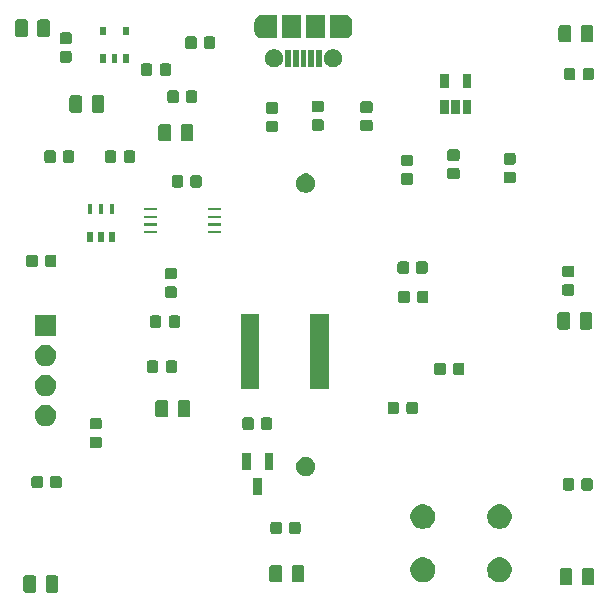
<source format=gts>
G04 #@! TF.GenerationSoftware,KiCad,Pcbnew,(5.1.5)-3*
G04 #@! TF.CreationDate,2020-02-19T13:12:13+05:30*
G04 #@! TF.ProjectId,task_1,7461736b-5f31-42e6-9b69-6361645f7063,rev?*
G04 #@! TF.SameCoordinates,Original*
G04 #@! TF.FileFunction,Soldermask,Top*
G04 #@! TF.FilePolarity,Negative*
%FSLAX46Y46*%
G04 Gerber Fmt 4.6, Leading zero omitted, Abs format (unit mm)*
G04 Created by KiCad (PCBNEW (5.1.5)-3) date 2020-02-19 13:12:13*
%MOMM*%
%LPD*%
G04 APERTURE LIST*
%ADD10C,0.100000*%
G04 APERTURE END LIST*
D10*
G36*
X168841052Y-107839124D02*
G01*
X168886737Y-107852982D01*
X168928833Y-107875483D01*
X168965734Y-107905766D01*
X168996017Y-107942667D01*
X169018518Y-107984763D01*
X169032376Y-108030448D01*
X169037300Y-108080442D01*
X169037300Y-109089558D01*
X169032376Y-109139552D01*
X169018518Y-109185237D01*
X168996017Y-109227333D01*
X168965734Y-109264234D01*
X168928833Y-109294517D01*
X168886737Y-109317018D01*
X168841052Y-109330876D01*
X168791058Y-109335800D01*
X168206942Y-109335800D01*
X168156948Y-109330876D01*
X168111263Y-109317018D01*
X168069167Y-109294517D01*
X168032266Y-109264234D01*
X168001983Y-109227333D01*
X167979482Y-109185237D01*
X167965624Y-109139552D01*
X167960700Y-109089558D01*
X167960700Y-108080442D01*
X167965624Y-108030448D01*
X167979482Y-107984763D01*
X168001983Y-107942667D01*
X168032266Y-107905766D01*
X168069167Y-107875483D01*
X168111263Y-107852982D01*
X168156948Y-107839124D01*
X168206942Y-107834200D01*
X168791058Y-107834200D01*
X168841052Y-107839124D01*
G37*
G36*
X166966052Y-107839124D02*
G01*
X167011737Y-107852982D01*
X167053833Y-107875483D01*
X167090734Y-107905766D01*
X167121017Y-107942667D01*
X167143518Y-107984763D01*
X167157376Y-108030448D01*
X167162300Y-108080442D01*
X167162300Y-109089558D01*
X167157376Y-109139552D01*
X167143518Y-109185237D01*
X167121017Y-109227333D01*
X167090734Y-109264234D01*
X167053833Y-109294517D01*
X167011737Y-109317018D01*
X166966052Y-109330876D01*
X166916058Y-109335800D01*
X166331942Y-109335800D01*
X166281948Y-109330876D01*
X166236263Y-109317018D01*
X166194167Y-109294517D01*
X166157266Y-109264234D01*
X166126983Y-109227333D01*
X166104482Y-109185237D01*
X166090624Y-109139552D01*
X166085700Y-109089558D01*
X166085700Y-108080442D01*
X166090624Y-108030448D01*
X166104482Y-107984763D01*
X166126983Y-107942667D01*
X166157266Y-107905766D01*
X166194167Y-107875483D01*
X166236263Y-107852982D01*
X166281948Y-107839124D01*
X166331942Y-107834200D01*
X166916058Y-107834200D01*
X166966052Y-107839124D01*
G37*
G36*
X212368552Y-107204124D02*
G01*
X212414237Y-107217982D01*
X212456333Y-107240483D01*
X212493234Y-107270766D01*
X212523517Y-107307667D01*
X212546018Y-107349763D01*
X212559876Y-107395448D01*
X212564800Y-107445442D01*
X212564800Y-108454558D01*
X212559876Y-108504552D01*
X212546018Y-108550237D01*
X212523517Y-108592333D01*
X212493234Y-108629234D01*
X212456333Y-108659517D01*
X212414237Y-108682018D01*
X212368552Y-108695876D01*
X212318558Y-108700800D01*
X211734442Y-108700800D01*
X211684448Y-108695876D01*
X211638763Y-108682018D01*
X211596667Y-108659517D01*
X211559766Y-108629234D01*
X211529483Y-108592333D01*
X211506982Y-108550237D01*
X211493124Y-108504552D01*
X211488200Y-108454558D01*
X211488200Y-107445442D01*
X211493124Y-107395448D01*
X211506982Y-107349763D01*
X211529483Y-107307667D01*
X211559766Y-107270766D01*
X211596667Y-107240483D01*
X211638763Y-107217982D01*
X211684448Y-107204124D01*
X211734442Y-107199200D01*
X212318558Y-107199200D01*
X212368552Y-107204124D01*
G37*
G36*
X214243552Y-107204124D02*
G01*
X214289237Y-107217982D01*
X214331333Y-107240483D01*
X214368234Y-107270766D01*
X214398517Y-107307667D01*
X214421018Y-107349763D01*
X214434876Y-107395448D01*
X214439800Y-107445442D01*
X214439800Y-108454558D01*
X214434876Y-108504552D01*
X214421018Y-108550237D01*
X214398517Y-108592333D01*
X214368234Y-108629234D01*
X214331333Y-108659517D01*
X214289237Y-108682018D01*
X214243552Y-108695876D01*
X214193558Y-108700800D01*
X213609442Y-108700800D01*
X213559448Y-108695876D01*
X213513763Y-108682018D01*
X213471667Y-108659517D01*
X213434766Y-108629234D01*
X213404483Y-108592333D01*
X213381982Y-108550237D01*
X213368124Y-108504552D01*
X213363200Y-108454558D01*
X213363200Y-107445442D01*
X213368124Y-107395448D01*
X213381982Y-107349763D01*
X213404483Y-107307667D01*
X213434766Y-107270766D01*
X213471667Y-107240483D01*
X213513763Y-107217982D01*
X213559448Y-107204124D01*
X213609442Y-107199200D01*
X214193558Y-107199200D01*
X214243552Y-107204124D01*
G37*
G36*
X189669052Y-106950124D02*
G01*
X189714737Y-106963982D01*
X189756833Y-106986483D01*
X189793734Y-107016766D01*
X189824017Y-107053667D01*
X189846518Y-107095763D01*
X189860376Y-107141448D01*
X189865300Y-107191442D01*
X189865300Y-108200558D01*
X189860376Y-108250552D01*
X189846518Y-108296237D01*
X189824017Y-108338333D01*
X189793734Y-108375234D01*
X189756833Y-108405517D01*
X189714737Y-108428018D01*
X189669052Y-108441876D01*
X189619058Y-108446800D01*
X189034942Y-108446800D01*
X188984948Y-108441876D01*
X188939263Y-108428018D01*
X188897167Y-108405517D01*
X188860266Y-108375234D01*
X188829983Y-108338333D01*
X188807482Y-108296237D01*
X188793624Y-108250552D01*
X188788700Y-108200558D01*
X188788700Y-107191442D01*
X188793624Y-107141448D01*
X188807482Y-107095763D01*
X188829983Y-107053667D01*
X188860266Y-107016766D01*
X188897167Y-106986483D01*
X188939263Y-106963982D01*
X188984948Y-106950124D01*
X189034942Y-106945200D01*
X189619058Y-106945200D01*
X189669052Y-106950124D01*
G37*
G36*
X187794052Y-106950124D02*
G01*
X187839737Y-106963982D01*
X187881833Y-106986483D01*
X187918734Y-107016766D01*
X187949017Y-107053667D01*
X187971518Y-107095763D01*
X187985376Y-107141448D01*
X187990300Y-107191442D01*
X187990300Y-108200558D01*
X187985376Y-108250552D01*
X187971518Y-108296237D01*
X187949017Y-108338333D01*
X187918734Y-108375234D01*
X187881833Y-108405517D01*
X187839737Y-108428018D01*
X187794052Y-108441876D01*
X187744058Y-108446800D01*
X187159942Y-108446800D01*
X187109948Y-108441876D01*
X187064263Y-108428018D01*
X187022167Y-108405517D01*
X186985266Y-108375234D01*
X186954983Y-108338333D01*
X186932482Y-108296237D01*
X186918624Y-108250552D01*
X186913700Y-108200558D01*
X186913700Y-107191442D01*
X186918624Y-107141448D01*
X186932482Y-107095763D01*
X186954983Y-107053667D01*
X186985266Y-107016766D01*
X187022167Y-106986483D01*
X187064263Y-106963982D01*
X187109948Y-106950124D01*
X187159942Y-106945200D01*
X187744058Y-106945200D01*
X187794052Y-106950124D01*
G37*
G36*
X206704508Y-106359582D02*
G01*
X206895741Y-106438793D01*
X207067847Y-106553791D01*
X207214209Y-106700153D01*
X207329207Y-106872259D01*
X207408418Y-107063492D01*
X207448800Y-107266505D01*
X207448800Y-107473495D01*
X207408418Y-107676508D01*
X207329207Y-107867741D01*
X207214209Y-108039847D01*
X207067847Y-108186209D01*
X206895741Y-108301207D01*
X206704508Y-108380418D01*
X206501495Y-108420800D01*
X206294505Y-108420800D01*
X206091492Y-108380418D01*
X205900259Y-108301207D01*
X205728153Y-108186209D01*
X205581791Y-108039847D01*
X205466793Y-107867741D01*
X205387582Y-107676508D01*
X205347200Y-107473495D01*
X205347200Y-107266505D01*
X205387582Y-107063492D01*
X205466793Y-106872259D01*
X205581791Y-106700153D01*
X205728153Y-106553791D01*
X205900259Y-106438793D01*
X206091492Y-106359582D01*
X206294505Y-106319200D01*
X206501495Y-106319200D01*
X206704508Y-106359582D01*
G37*
G36*
X200204508Y-106359582D02*
G01*
X200395741Y-106438793D01*
X200567847Y-106553791D01*
X200714209Y-106700153D01*
X200829207Y-106872259D01*
X200908418Y-107063492D01*
X200948800Y-107266505D01*
X200948800Y-107473495D01*
X200908418Y-107676508D01*
X200829207Y-107867741D01*
X200714209Y-108039847D01*
X200567847Y-108186209D01*
X200395741Y-108301207D01*
X200204508Y-108380418D01*
X200001495Y-108420800D01*
X199794505Y-108420800D01*
X199591492Y-108380418D01*
X199400259Y-108301207D01*
X199228153Y-108186209D01*
X199081791Y-108039847D01*
X198966793Y-107867741D01*
X198887582Y-107676508D01*
X198847200Y-107473495D01*
X198847200Y-107266505D01*
X198887582Y-107063492D01*
X198966793Y-106872259D01*
X199081791Y-106700153D01*
X199228153Y-106553791D01*
X199400259Y-106438793D01*
X199591492Y-106359582D01*
X199794505Y-106319200D01*
X200001495Y-106319200D01*
X200204508Y-106359582D01*
G37*
G36*
X187802174Y-103301143D02*
G01*
X187843167Y-103313578D01*
X187880948Y-103333773D01*
X187914056Y-103360944D01*
X187941227Y-103394052D01*
X187961422Y-103431833D01*
X187973857Y-103472826D01*
X187978300Y-103517941D01*
X187978300Y-104127059D01*
X187973857Y-104172174D01*
X187961422Y-104213167D01*
X187941227Y-104250948D01*
X187914056Y-104284056D01*
X187880948Y-104311227D01*
X187843167Y-104331422D01*
X187802174Y-104343857D01*
X187757059Y-104348300D01*
X187222941Y-104348300D01*
X187177826Y-104343857D01*
X187136833Y-104331422D01*
X187099052Y-104311227D01*
X187065944Y-104284056D01*
X187038773Y-104250948D01*
X187018578Y-104213167D01*
X187006143Y-104172174D01*
X187001700Y-104127059D01*
X187001700Y-103517941D01*
X187006143Y-103472826D01*
X187018578Y-103431833D01*
X187038773Y-103394052D01*
X187065944Y-103360944D01*
X187099052Y-103333773D01*
X187136833Y-103313578D01*
X187177826Y-103301143D01*
X187222941Y-103296700D01*
X187757059Y-103296700D01*
X187802174Y-103301143D01*
G37*
G36*
X189377174Y-103301143D02*
G01*
X189418167Y-103313578D01*
X189455948Y-103333773D01*
X189489056Y-103360944D01*
X189516227Y-103394052D01*
X189536422Y-103431833D01*
X189548857Y-103472826D01*
X189553300Y-103517941D01*
X189553300Y-104127059D01*
X189548857Y-104172174D01*
X189536422Y-104213167D01*
X189516227Y-104250948D01*
X189489056Y-104284056D01*
X189455948Y-104311227D01*
X189418167Y-104331422D01*
X189377174Y-104343857D01*
X189332059Y-104348300D01*
X188797941Y-104348300D01*
X188752826Y-104343857D01*
X188711833Y-104331422D01*
X188674052Y-104311227D01*
X188640944Y-104284056D01*
X188613773Y-104250948D01*
X188593578Y-104213167D01*
X188581143Y-104172174D01*
X188576700Y-104127059D01*
X188576700Y-103517941D01*
X188581143Y-103472826D01*
X188593578Y-103431833D01*
X188613773Y-103394052D01*
X188640944Y-103360944D01*
X188674052Y-103333773D01*
X188711833Y-103313578D01*
X188752826Y-103301143D01*
X188797941Y-103296700D01*
X189332059Y-103296700D01*
X189377174Y-103301143D01*
G37*
G36*
X200204508Y-101859582D02*
G01*
X200395741Y-101938793D01*
X200567847Y-102053791D01*
X200714209Y-102200153D01*
X200829207Y-102372259D01*
X200908418Y-102563492D01*
X200948800Y-102766505D01*
X200948800Y-102973495D01*
X200908418Y-103176508D01*
X200829207Y-103367741D01*
X200714209Y-103539847D01*
X200567847Y-103686209D01*
X200395741Y-103801207D01*
X200204508Y-103880418D01*
X200001495Y-103920800D01*
X199794505Y-103920800D01*
X199591492Y-103880418D01*
X199400259Y-103801207D01*
X199228153Y-103686209D01*
X199081791Y-103539847D01*
X198966793Y-103367741D01*
X198887582Y-103176508D01*
X198847200Y-102973495D01*
X198847200Y-102766505D01*
X198887582Y-102563492D01*
X198966793Y-102372259D01*
X199081791Y-102200153D01*
X199228153Y-102053791D01*
X199400259Y-101938793D01*
X199591492Y-101859582D01*
X199794505Y-101819200D01*
X200001495Y-101819200D01*
X200204508Y-101859582D01*
G37*
G36*
X206704508Y-101859582D02*
G01*
X206895741Y-101938793D01*
X207067847Y-102053791D01*
X207214209Y-102200153D01*
X207329207Y-102372259D01*
X207408418Y-102563492D01*
X207448800Y-102766505D01*
X207448800Y-102973495D01*
X207408418Y-103176508D01*
X207329207Y-103367741D01*
X207214209Y-103539847D01*
X207067847Y-103686209D01*
X206895741Y-103801207D01*
X206704508Y-103880418D01*
X206501495Y-103920800D01*
X206294505Y-103920800D01*
X206091492Y-103880418D01*
X205900259Y-103801207D01*
X205728153Y-103686209D01*
X205581791Y-103539847D01*
X205466793Y-103367741D01*
X205387582Y-103176508D01*
X205347200Y-102973495D01*
X205347200Y-102766505D01*
X205387582Y-102563492D01*
X205466793Y-102372259D01*
X205581791Y-102200153D01*
X205728153Y-102053791D01*
X205900259Y-101938793D01*
X206091492Y-101859582D01*
X206294505Y-101819200D01*
X206501495Y-101819200D01*
X206704508Y-101859582D01*
G37*
G36*
X186298000Y-101050000D02*
G01*
X185558000Y-101050000D01*
X185558000Y-99610000D01*
X186298000Y-99610000D01*
X186298000Y-101050000D01*
G37*
G36*
X214116674Y-99618143D02*
G01*
X214157667Y-99630578D01*
X214195448Y-99650773D01*
X214228556Y-99677944D01*
X214255727Y-99711052D01*
X214275922Y-99748833D01*
X214288357Y-99789826D01*
X214292800Y-99834941D01*
X214292800Y-100444059D01*
X214288357Y-100489174D01*
X214275922Y-100530167D01*
X214255727Y-100567948D01*
X214228556Y-100601056D01*
X214195448Y-100628227D01*
X214157667Y-100648422D01*
X214116674Y-100660857D01*
X214071559Y-100665300D01*
X213537441Y-100665300D01*
X213492326Y-100660857D01*
X213451333Y-100648422D01*
X213413552Y-100628227D01*
X213380444Y-100601056D01*
X213353273Y-100567948D01*
X213333078Y-100530167D01*
X213320643Y-100489174D01*
X213316200Y-100444059D01*
X213316200Y-99834941D01*
X213320643Y-99789826D01*
X213333078Y-99748833D01*
X213353273Y-99711052D01*
X213380444Y-99677944D01*
X213413552Y-99650773D01*
X213451333Y-99630578D01*
X213492326Y-99618143D01*
X213537441Y-99613700D01*
X214071559Y-99613700D01*
X214116674Y-99618143D01*
G37*
G36*
X212541674Y-99618143D02*
G01*
X212582667Y-99630578D01*
X212620448Y-99650773D01*
X212653556Y-99677944D01*
X212680727Y-99711052D01*
X212700922Y-99748833D01*
X212713357Y-99789826D01*
X212717800Y-99834941D01*
X212717800Y-100444059D01*
X212713357Y-100489174D01*
X212700922Y-100530167D01*
X212680727Y-100567948D01*
X212653556Y-100601056D01*
X212620448Y-100628227D01*
X212582667Y-100648422D01*
X212541674Y-100660857D01*
X212496559Y-100665300D01*
X211962441Y-100665300D01*
X211917326Y-100660857D01*
X211876333Y-100648422D01*
X211838552Y-100628227D01*
X211805444Y-100601056D01*
X211778273Y-100567948D01*
X211758078Y-100530167D01*
X211745643Y-100489174D01*
X211741200Y-100444059D01*
X211741200Y-99834941D01*
X211745643Y-99789826D01*
X211758078Y-99748833D01*
X211778273Y-99711052D01*
X211805444Y-99677944D01*
X211838552Y-99650773D01*
X211876333Y-99630578D01*
X211917326Y-99618143D01*
X211962441Y-99613700D01*
X212496559Y-99613700D01*
X212541674Y-99618143D01*
G37*
G36*
X169146174Y-99427643D02*
G01*
X169187167Y-99440078D01*
X169224948Y-99460273D01*
X169258056Y-99487444D01*
X169285227Y-99520552D01*
X169305422Y-99558333D01*
X169317857Y-99599326D01*
X169322300Y-99644441D01*
X169322300Y-100253559D01*
X169317857Y-100298674D01*
X169305422Y-100339667D01*
X169285227Y-100377448D01*
X169258056Y-100410556D01*
X169224948Y-100437727D01*
X169187167Y-100457922D01*
X169146174Y-100470357D01*
X169101059Y-100474800D01*
X168566941Y-100474800D01*
X168521826Y-100470357D01*
X168480833Y-100457922D01*
X168443052Y-100437727D01*
X168409944Y-100410556D01*
X168382773Y-100377448D01*
X168362578Y-100339667D01*
X168350143Y-100298674D01*
X168345700Y-100253559D01*
X168345700Y-99644441D01*
X168350143Y-99599326D01*
X168362578Y-99558333D01*
X168382773Y-99520552D01*
X168409944Y-99487444D01*
X168443052Y-99460273D01*
X168480833Y-99440078D01*
X168521826Y-99427643D01*
X168566941Y-99423200D01*
X169101059Y-99423200D01*
X169146174Y-99427643D01*
G37*
G36*
X167571174Y-99427643D02*
G01*
X167612167Y-99440078D01*
X167649948Y-99460273D01*
X167683056Y-99487444D01*
X167710227Y-99520552D01*
X167730422Y-99558333D01*
X167742857Y-99599326D01*
X167747300Y-99644441D01*
X167747300Y-100253559D01*
X167742857Y-100298674D01*
X167730422Y-100339667D01*
X167710227Y-100377448D01*
X167683056Y-100410556D01*
X167649948Y-100437727D01*
X167612167Y-100457922D01*
X167571174Y-100470357D01*
X167526059Y-100474800D01*
X166991941Y-100474800D01*
X166946826Y-100470357D01*
X166905833Y-100457922D01*
X166868052Y-100437727D01*
X166834944Y-100410556D01*
X166807773Y-100377448D01*
X166787578Y-100339667D01*
X166775143Y-100298674D01*
X166770700Y-100253559D01*
X166770700Y-99644441D01*
X166775143Y-99599326D01*
X166787578Y-99558333D01*
X166807773Y-99520552D01*
X166834944Y-99487444D01*
X166868052Y-99460273D01*
X166905833Y-99440078D01*
X166946826Y-99427643D01*
X166991941Y-99423200D01*
X167526059Y-99423200D01*
X167571174Y-99427643D01*
G37*
G36*
X190229086Y-97865435D02*
G01*
X190377003Y-97926704D01*
X190510134Y-98015660D01*
X190623340Y-98128866D01*
X190712296Y-98261997D01*
X190773565Y-98409914D01*
X190804800Y-98566946D01*
X190804800Y-98727054D01*
X190773565Y-98884086D01*
X190712296Y-99032003D01*
X190623340Y-99165134D01*
X190510134Y-99278340D01*
X190377003Y-99367296D01*
X190229086Y-99428565D01*
X190072054Y-99459800D01*
X189911946Y-99459800D01*
X189754914Y-99428565D01*
X189606997Y-99367296D01*
X189473866Y-99278340D01*
X189360660Y-99165134D01*
X189271704Y-99032003D01*
X189210435Y-98884086D01*
X189179200Y-98727054D01*
X189179200Y-98566946D01*
X189210435Y-98409914D01*
X189271704Y-98261997D01*
X189360660Y-98128866D01*
X189473866Y-98015660D01*
X189606997Y-97926704D01*
X189754914Y-97865435D01*
X189911946Y-97834200D01*
X190072054Y-97834200D01*
X190229086Y-97865435D01*
G37*
G36*
X185348000Y-98950000D02*
G01*
X184608000Y-98950000D01*
X184608000Y-97510000D01*
X185348000Y-97510000D01*
X185348000Y-98950000D01*
G37*
G36*
X187248000Y-98950000D02*
G01*
X186508000Y-98950000D01*
X186508000Y-97510000D01*
X187248000Y-97510000D01*
X187248000Y-98950000D01*
G37*
G36*
X172561674Y-96099643D02*
G01*
X172602667Y-96112078D01*
X172640448Y-96132273D01*
X172673556Y-96159444D01*
X172700727Y-96192552D01*
X172720922Y-96230333D01*
X172733357Y-96271326D01*
X172737800Y-96316441D01*
X172737800Y-96850559D01*
X172733357Y-96895674D01*
X172720922Y-96936667D01*
X172700727Y-96974448D01*
X172673556Y-97007556D01*
X172640448Y-97034727D01*
X172602667Y-97054922D01*
X172561674Y-97067357D01*
X172516559Y-97071800D01*
X171907441Y-97071800D01*
X171862326Y-97067357D01*
X171821333Y-97054922D01*
X171783552Y-97034727D01*
X171750444Y-97007556D01*
X171723273Y-96974448D01*
X171703078Y-96936667D01*
X171690643Y-96895674D01*
X171686200Y-96850559D01*
X171686200Y-96316441D01*
X171690643Y-96271326D01*
X171703078Y-96230333D01*
X171723273Y-96192552D01*
X171750444Y-96159444D01*
X171783552Y-96132273D01*
X171821333Y-96112078D01*
X171862326Y-96099643D01*
X171907441Y-96095200D01*
X172516559Y-96095200D01*
X172561674Y-96099643D01*
G37*
G36*
X187002174Y-94474643D02*
G01*
X187043167Y-94487078D01*
X187080948Y-94507273D01*
X187114056Y-94534444D01*
X187141227Y-94567552D01*
X187161422Y-94605333D01*
X187173857Y-94646326D01*
X187178300Y-94691441D01*
X187178300Y-95300559D01*
X187173857Y-95345674D01*
X187161422Y-95386667D01*
X187141227Y-95424448D01*
X187114056Y-95457556D01*
X187080948Y-95484727D01*
X187043167Y-95504922D01*
X187002174Y-95517357D01*
X186957059Y-95521800D01*
X186422941Y-95521800D01*
X186377826Y-95517357D01*
X186336833Y-95504922D01*
X186299052Y-95484727D01*
X186265944Y-95457556D01*
X186238773Y-95424448D01*
X186218578Y-95386667D01*
X186206143Y-95345674D01*
X186201700Y-95300559D01*
X186201700Y-94691441D01*
X186206143Y-94646326D01*
X186218578Y-94605333D01*
X186238773Y-94567552D01*
X186265944Y-94534444D01*
X186299052Y-94507273D01*
X186336833Y-94487078D01*
X186377826Y-94474643D01*
X186422941Y-94470200D01*
X186957059Y-94470200D01*
X187002174Y-94474643D01*
G37*
G36*
X185427174Y-94474643D02*
G01*
X185468167Y-94487078D01*
X185505948Y-94507273D01*
X185539056Y-94534444D01*
X185566227Y-94567552D01*
X185586422Y-94605333D01*
X185598857Y-94646326D01*
X185603300Y-94691441D01*
X185603300Y-95300559D01*
X185598857Y-95345674D01*
X185586422Y-95386667D01*
X185566227Y-95424448D01*
X185539056Y-95457556D01*
X185505948Y-95484727D01*
X185468167Y-95504922D01*
X185427174Y-95517357D01*
X185382059Y-95521800D01*
X184847941Y-95521800D01*
X184802826Y-95517357D01*
X184761833Y-95504922D01*
X184724052Y-95484727D01*
X184690944Y-95457556D01*
X184663773Y-95424448D01*
X184643578Y-95386667D01*
X184631143Y-95345674D01*
X184626700Y-95300559D01*
X184626700Y-94691441D01*
X184631143Y-94646326D01*
X184643578Y-94605333D01*
X184663773Y-94567552D01*
X184690944Y-94534444D01*
X184724052Y-94507273D01*
X184761833Y-94487078D01*
X184802826Y-94474643D01*
X184847941Y-94470200D01*
X185382059Y-94470200D01*
X185427174Y-94474643D01*
G37*
G36*
X172561674Y-94524643D02*
G01*
X172602667Y-94537078D01*
X172640448Y-94557273D01*
X172673556Y-94584444D01*
X172700727Y-94617552D01*
X172720922Y-94655333D01*
X172733357Y-94696326D01*
X172737800Y-94741441D01*
X172737800Y-95275559D01*
X172733357Y-95320674D01*
X172720922Y-95361667D01*
X172700727Y-95399448D01*
X172673556Y-95432556D01*
X172640448Y-95459727D01*
X172602667Y-95479922D01*
X172561674Y-95492357D01*
X172516559Y-95496800D01*
X171907441Y-95496800D01*
X171862326Y-95492357D01*
X171821333Y-95479922D01*
X171783552Y-95459727D01*
X171750444Y-95432556D01*
X171723273Y-95399448D01*
X171703078Y-95361667D01*
X171690643Y-95320674D01*
X171686200Y-95275559D01*
X171686200Y-94741441D01*
X171690643Y-94696326D01*
X171703078Y-94655333D01*
X171723273Y-94617552D01*
X171750444Y-94584444D01*
X171783552Y-94557273D01*
X171821333Y-94537078D01*
X171862326Y-94524643D01*
X171907441Y-94520200D01*
X172516559Y-94520200D01*
X172561674Y-94524643D01*
G37*
G36*
X168220254Y-93431317D02*
G01*
X168384189Y-93499221D01*
X168531727Y-93597803D01*
X168657197Y-93723273D01*
X168755779Y-93870811D01*
X168823683Y-94034746D01*
X168858300Y-94208779D01*
X168858300Y-94386221D01*
X168823683Y-94560254D01*
X168755779Y-94724189D01*
X168657197Y-94871727D01*
X168531727Y-94997197D01*
X168384189Y-95095779D01*
X168220254Y-95163683D01*
X168046221Y-95198300D01*
X167868779Y-95198300D01*
X167694746Y-95163683D01*
X167530811Y-95095779D01*
X167383273Y-94997197D01*
X167257803Y-94871727D01*
X167159221Y-94724189D01*
X167091317Y-94560254D01*
X167056700Y-94386221D01*
X167056700Y-94208779D01*
X167091317Y-94034746D01*
X167159221Y-93870811D01*
X167257803Y-93723273D01*
X167383273Y-93597803D01*
X167530811Y-93499221D01*
X167694746Y-93431317D01*
X167868779Y-93396700D01*
X168046221Y-93396700D01*
X168220254Y-93431317D01*
G37*
G36*
X180017052Y-92980124D02*
G01*
X180062737Y-92993982D01*
X180104833Y-93016483D01*
X180141734Y-93046766D01*
X180172017Y-93083667D01*
X180194518Y-93125763D01*
X180208376Y-93171448D01*
X180213300Y-93221442D01*
X180213300Y-94230558D01*
X180208376Y-94280552D01*
X180194518Y-94326237D01*
X180172017Y-94368333D01*
X180141734Y-94405234D01*
X180104833Y-94435517D01*
X180062737Y-94458018D01*
X180017052Y-94471876D01*
X179967058Y-94476800D01*
X179382942Y-94476800D01*
X179332948Y-94471876D01*
X179287263Y-94458018D01*
X179245167Y-94435517D01*
X179208266Y-94405234D01*
X179177983Y-94368333D01*
X179155482Y-94326237D01*
X179141624Y-94280552D01*
X179136700Y-94230558D01*
X179136700Y-93221442D01*
X179141624Y-93171448D01*
X179155482Y-93125763D01*
X179177983Y-93083667D01*
X179208266Y-93046766D01*
X179245167Y-93016483D01*
X179287263Y-92993982D01*
X179332948Y-92980124D01*
X179382942Y-92975200D01*
X179967058Y-92975200D01*
X180017052Y-92980124D01*
G37*
G36*
X178142052Y-92980124D02*
G01*
X178187737Y-92993982D01*
X178229833Y-93016483D01*
X178266734Y-93046766D01*
X178297017Y-93083667D01*
X178319518Y-93125763D01*
X178333376Y-93171448D01*
X178338300Y-93221442D01*
X178338300Y-94230558D01*
X178333376Y-94280552D01*
X178319518Y-94326237D01*
X178297017Y-94368333D01*
X178266734Y-94405234D01*
X178229833Y-94435517D01*
X178187737Y-94458018D01*
X178142052Y-94471876D01*
X178092058Y-94476800D01*
X177507942Y-94476800D01*
X177457948Y-94471876D01*
X177412263Y-94458018D01*
X177370167Y-94435517D01*
X177333266Y-94405234D01*
X177302983Y-94368333D01*
X177280482Y-94326237D01*
X177266624Y-94280552D01*
X177261700Y-94230558D01*
X177261700Y-93221442D01*
X177266624Y-93171448D01*
X177280482Y-93125763D01*
X177302983Y-93083667D01*
X177333266Y-93046766D01*
X177370167Y-93016483D01*
X177412263Y-92993982D01*
X177457948Y-92980124D01*
X177507942Y-92975200D01*
X178092058Y-92975200D01*
X178142052Y-92980124D01*
G37*
G36*
X197733674Y-93141143D02*
G01*
X197774667Y-93153578D01*
X197812448Y-93173773D01*
X197845556Y-93200944D01*
X197872727Y-93234052D01*
X197892922Y-93271833D01*
X197905357Y-93312826D01*
X197909800Y-93357941D01*
X197909800Y-93967059D01*
X197905357Y-94012174D01*
X197892922Y-94053167D01*
X197872727Y-94090948D01*
X197845556Y-94124056D01*
X197812448Y-94151227D01*
X197774667Y-94171422D01*
X197733674Y-94183857D01*
X197688559Y-94188300D01*
X197154441Y-94188300D01*
X197109326Y-94183857D01*
X197068333Y-94171422D01*
X197030552Y-94151227D01*
X196997444Y-94124056D01*
X196970273Y-94090948D01*
X196950078Y-94053167D01*
X196937643Y-94012174D01*
X196933200Y-93967059D01*
X196933200Y-93357941D01*
X196937643Y-93312826D01*
X196950078Y-93271833D01*
X196970273Y-93234052D01*
X196997444Y-93200944D01*
X197030552Y-93173773D01*
X197068333Y-93153578D01*
X197109326Y-93141143D01*
X197154441Y-93136700D01*
X197688559Y-93136700D01*
X197733674Y-93141143D01*
G37*
G36*
X199308674Y-93141143D02*
G01*
X199349667Y-93153578D01*
X199387448Y-93173773D01*
X199420556Y-93200944D01*
X199447727Y-93234052D01*
X199467922Y-93271833D01*
X199480357Y-93312826D01*
X199484800Y-93357941D01*
X199484800Y-93967059D01*
X199480357Y-94012174D01*
X199467922Y-94053167D01*
X199447727Y-94090948D01*
X199420556Y-94124056D01*
X199387448Y-94151227D01*
X199349667Y-94171422D01*
X199308674Y-94183857D01*
X199263559Y-94188300D01*
X198729441Y-94188300D01*
X198684326Y-94183857D01*
X198643333Y-94171422D01*
X198605552Y-94151227D01*
X198572444Y-94124056D01*
X198545273Y-94090948D01*
X198525078Y-94053167D01*
X198512643Y-94012174D01*
X198508200Y-93967059D01*
X198508200Y-93357941D01*
X198512643Y-93312826D01*
X198525078Y-93271833D01*
X198545273Y-93234052D01*
X198572444Y-93200944D01*
X198605552Y-93173773D01*
X198643333Y-93153578D01*
X198684326Y-93141143D01*
X198729441Y-93136700D01*
X199263559Y-93136700D01*
X199308674Y-93141143D01*
G37*
G36*
X168220254Y-90891317D02*
G01*
X168384189Y-90959221D01*
X168531727Y-91057803D01*
X168657197Y-91183273D01*
X168755779Y-91330811D01*
X168823683Y-91494746D01*
X168858300Y-91668779D01*
X168858300Y-91846221D01*
X168823683Y-92020254D01*
X168755779Y-92184189D01*
X168657197Y-92331727D01*
X168531727Y-92457197D01*
X168384189Y-92555779D01*
X168220254Y-92623683D01*
X168046221Y-92658300D01*
X167868779Y-92658300D01*
X167694746Y-92623683D01*
X167530811Y-92555779D01*
X167383273Y-92457197D01*
X167257803Y-92331727D01*
X167159221Y-92184189D01*
X167091317Y-92020254D01*
X167056700Y-91846221D01*
X167056700Y-91668779D01*
X167091317Y-91494746D01*
X167159221Y-91330811D01*
X167257803Y-91183273D01*
X167383273Y-91057803D01*
X167530811Y-90959221D01*
X167694746Y-90891317D01*
X167868779Y-90856700D01*
X168046221Y-90856700D01*
X168220254Y-90891317D01*
G37*
G36*
X186039800Y-92100800D02*
G01*
X184488200Y-92100800D01*
X184488200Y-85699200D01*
X186039800Y-85699200D01*
X186039800Y-92100800D01*
G37*
G36*
X191939800Y-92100800D02*
G01*
X190388200Y-92100800D01*
X190388200Y-85699200D01*
X191939800Y-85699200D01*
X191939800Y-92100800D01*
G37*
G36*
X201670674Y-89839143D02*
G01*
X201711667Y-89851578D01*
X201749448Y-89871773D01*
X201782556Y-89898944D01*
X201809727Y-89932052D01*
X201829922Y-89969833D01*
X201842357Y-90010826D01*
X201846800Y-90055941D01*
X201846800Y-90665059D01*
X201842357Y-90710174D01*
X201829922Y-90751167D01*
X201809727Y-90788948D01*
X201782556Y-90822056D01*
X201749448Y-90849227D01*
X201711667Y-90869422D01*
X201670674Y-90881857D01*
X201625559Y-90886300D01*
X201091441Y-90886300D01*
X201046326Y-90881857D01*
X201005333Y-90869422D01*
X200967552Y-90849227D01*
X200934444Y-90822056D01*
X200907273Y-90788948D01*
X200887078Y-90751167D01*
X200874643Y-90710174D01*
X200870200Y-90665059D01*
X200870200Y-90055941D01*
X200874643Y-90010826D01*
X200887078Y-89969833D01*
X200907273Y-89932052D01*
X200934444Y-89898944D01*
X200967552Y-89871773D01*
X201005333Y-89851578D01*
X201046326Y-89839143D01*
X201091441Y-89834700D01*
X201625559Y-89834700D01*
X201670674Y-89839143D01*
G37*
G36*
X203245674Y-89839143D02*
G01*
X203286667Y-89851578D01*
X203324448Y-89871773D01*
X203357556Y-89898944D01*
X203384727Y-89932052D01*
X203404922Y-89969833D01*
X203417357Y-90010826D01*
X203421800Y-90055941D01*
X203421800Y-90665059D01*
X203417357Y-90710174D01*
X203404922Y-90751167D01*
X203384727Y-90788948D01*
X203357556Y-90822056D01*
X203324448Y-90849227D01*
X203286667Y-90869422D01*
X203245674Y-90881857D01*
X203200559Y-90886300D01*
X202666441Y-90886300D01*
X202621326Y-90881857D01*
X202580333Y-90869422D01*
X202542552Y-90849227D01*
X202509444Y-90822056D01*
X202482273Y-90788948D01*
X202462078Y-90751167D01*
X202449643Y-90710174D01*
X202445200Y-90665059D01*
X202445200Y-90055941D01*
X202449643Y-90010826D01*
X202462078Y-89969833D01*
X202482273Y-89932052D01*
X202509444Y-89898944D01*
X202542552Y-89871773D01*
X202580333Y-89851578D01*
X202621326Y-89839143D01*
X202666441Y-89834700D01*
X203200559Y-89834700D01*
X203245674Y-89839143D01*
G37*
G36*
X178925174Y-89648643D02*
G01*
X178966167Y-89661078D01*
X179003948Y-89681273D01*
X179037056Y-89708444D01*
X179064227Y-89741552D01*
X179084422Y-89779333D01*
X179096857Y-89820326D01*
X179101300Y-89865441D01*
X179101300Y-90474559D01*
X179096857Y-90519674D01*
X179084422Y-90560667D01*
X179064227Y-90598448D01*
X179037056Y-90631556D01*
X179003948Y-90658727D01*
X178966167Y-90678922D01*
X178925174Y-90691357D01*
X178880059Y-90695800D01*
X178345941Y-90695800D01*
X178300826Y-90691357D01*
X178259833Y-90678922D01*
X178222052Y-90658727D01*
X178188944Y-90631556D01*
X178161773Y-90598448D01*
X178141578Y-90560667D01*
X178129143Y-90519674D01*
X178124700Y-90474559D01*
X178124700Y-89865441D01*
X178129143Y-89820326D01*
X178141578Y-89779333D01*
X178161773Y-89741552D01*
X178188944Y-89708444D01*
X178222052Y-89681273D01*
X178259833Y-89661078D01*
X178300826Y-89648643D01*
X178345941Y-89644200D01*
X178880059Y-89644200D01*
X178925174Y-89648643D01*
G37*
G36*
X177350174Y-89648643D02*
G01*
X177391167Y-89661078D01*
X177428948Y-89681273D01*
X177462056Y-89708444D01*
X177489227Y-89741552D01*
X177509422Y-89779333D01*
X177521857Y-89820326D01*
X177526300Y-89865441D01*
X177526300Y-90474559D01*
X177521857Y-90519674D01*
X177509422Y-90560667D01*
X177489227Y-90598448D01*
X177462056Y-90631556D01*
X177428948Y-90658727D01*
X177391167Y-90678922D01*
X177350174Y-90691357D01*
X177305059Y-90695800D01*
X176770941Y-90695800D01*
X176725826Y-90691357D01*
X176684833Y-90678922D01*
X176647052Y-90658727D01*
X176613944Y-90631556D01*
X176586773Y-90598448D01*
X176566578Y-90560667D01*
X176554143Y-90519674D01*
X176549700Y-90474559D01*
X176549700Y-89865441D01*
X176554143Y-89820326D01*
X176566578Y-89779333D01*
X176586773Y-89741552D01*
X176613944Y-89708444D01*
X176647052Y-89681273D01*
X176684833Y-89661078D01*
X176725826Y-89648643D01*
X176770941Y-89644200D01*
X177305059Y-89644200D01*
X177350174Y-89648643D01*
G37*
G36*
X168220254Y-88351317D02*
G01*
X168384189Y-88419221D01*
X168531727Y-88517803D01*
X168657197Y-88643273D01*
X168755779Y-88790811D01*
X168823683Y-88954746D01*
X168858300Y-89128779D01*
X168858300Y-89306221D01*
X168823683Y-89480254D01*
X168755779Y-89644189D01*
X168657197Y-89791727D01*
X168531727Y-89917197D01*
X168384189Y-90015779D01*
X168220254Y-90083683D01*
X168046221Y-90118300D01*
X167868779Y-90118300D01*
X167694746Y-90083683D01*
X167530811Y-90015779D01*
X167383273Y-89917197D01*
X167257803Y-89791727D01*
X167159221Y-89644189D01*
X167091317Y-89480254D01*
X167056700Y-89306221D01*
X167056700Y-89128779D01*
X167091317Y-88954746D01*
X167159221Y-88790811D01*
X167257803Y-88643273D01*
X167383273Y-88517803D01*
X167530811Y-88419221D01*
X167694746Y-88351317D01*
X167868779Y-88316700D01*
X168046221Y-88316700D01*
X168220254Y-88351317D01*
G37*
G36*
X168858300Y-87578300D02*
G01*
X167056700Y-87578300D01*
X167056700Y-85776700D01*
X168858300Y-85776700D01*
X168858300Y-87578300D01*
G37*
G36*
X214053052Y-85550624D02*
G01*
X214098737Y-85564482D01*
X214140833Y-85586983D01*
X214177734Y-85617266D01*
X214208017Y-85654167D01*
X214230518Y-85696263D01*
X214244376Y-85741948D01*
X214249300Y-85791942D01*
X214249300Y-86801058D01*
X214244376Y-86851052D01*
X214230518Y-86896737D01*
X214208017Y-86938833D01*
X214177734Y-86975734D01*
X214140833Y-87006017D01*
X214098737Y-87028518D01*
X214053052Y-87042376D01*
X214003058Y-87047300D01*
X213418942Y-87047300D01*
X213368948Y-87042376D01*
X213323263Y-87028518D01*
X213281167Y-87006017D01*
X213244266Y-86975734D01*
X213213983Y-86938833D01*
X213191482Y-86896737D01*
X213177624Y-86851052D01*
X213172700Y-86801058D01*
X213172700Y-85791942D01*
X213177624Y-85741948D01*
X213191482Y-85696263D01*
X213213983Y-85654167D01*
X213244266Y-85617266D01*
X213281167Y-85586983D01*
X213323263Y-85564482D01*
X213368948Y-85550624D01*
X213418942Y-85545700D01*
X214003058Y-85545700D01*
X214053052Y-85550624D01*
G37*
G36*
X212178052Y-85550624D02*
G01*
X212223737Y-85564482D01*
X212265833Y-85586983D01*
X212302734Y-85617266D01*
X212333017Y-85654167D01*
X212355518Y-85696263D01*
X212369376Y-85741948D01*
X212374300Y-85791942D01*
X212374300Y-86801058D01*
X212369376Y-86851052D01*
X212355518Y-86896737D01*
X212333017Y-86938833D01*
X212302734Y-86975734D01*
X212265833Y-87006017D01*
X212223737Y-87028518D01*
X212178052Y-87042376D01*
X212128058Y-87047300D01*
X211543942Y-87047300D01*
X211493948Y-87042376D01*
X211448263Y-87028518D01*
X211406167Y-87006017D01*
X211369266Y-86975734D01*
X211338983Y-86938833D01*
X211316482Y-86896737D01*
X211302624Y-86851052D01*
X211297700Y-86801058D01*
X211297700Y-85791942D01*
X211302624Y-85741948D01*
X211316482Y-85696263D01*
X211338983Y-85654167D01*
X211369266Y-85617266D01*
X211406167Y-85586983D01*
X211448263Y-85564482D01*
X211493948Y-85550624D01*
X211543942Y-85545700D01*
X212128058Y-85545700D01*
X212178052Y-85550624D01*
G37*
G36*
X179179174Y-85838643D02*
G01*
X179220167Y-85851078D01*
X179257948Y-85871273D01*
X179291056Y-85898444D01*
X179318227Y-85931552D01*
X179338422Y-85969333D01*
X179350857Y-86010326D01*
X179355300Y-86055441D01*
X179355300Y-86664559D01*
X179350857Y-86709674D01*
X179338422Y-86750667D01*
X179318227Y-86788448D01*
X179291056Y-86821556D01*
X179257948Y-86848727D01*
X179220167Y-86868922D01*
X179179174Y-86881357D01*
X179134059Y-86885800D01*
X178599941Y-86885800D01*
X178554826Y-86881357D01*
X178513833Y-86868922D01*
X178476052Y-86848727D01*
X178442944Y-86821556D01*
X178415773Y-86788448D01*
X178395578Y-86750667D01*
X178383143Y-86709674D01*
X178378700Y-86664559D01*
X178378700Y-86055441D01*
X178383143Y-86010326D01*
X178395578Y-85969333D01*
X178415773Y-85931552D01*
X178442944Y-85898444D01*
X178476052Y-85871273D01*
X178513833Y-85851078D01*
X178554826Y-85838643D01*
X178599941Y-85834200D01*
X179134059Y-85834200D01*
X179179174Y-85838643D01*
G37*
G36*
X177604174Y-85838643D02*
G01*
X177645167Y-85851078D01*
X177682948Y-85871273D01*
X177716056Y-85898444D01*
X177743227Y-85931552D01*
X177763422Y-85969333D01*
X177775857Y-86010326D01*
X177780300Y-86055441D01*
X177780300Y-86664559D01*
X177775857Y-86709674D01*
X177763422Y-86750667D01*
X177743227Y-86788448D01*
X177716056Y-86821556D01*
X177682948Y-86848727D01*
X177645167Y-86868922D01*
X177604174Y-86881357D01*
X177559059Y-86885800D01*
X177024941Y-86885800D01*
X176979826Y-86881357D01*
X176938833Y-86868922D01*
X176901052Y-86848727D01*
X176867944Y-86821556D01*
X176840773Y-86788448D01*
X176820578Y-86750667D01*
X176808143Y-86709674D01*
X176803700Y-86664559D01*
X176803700Y-86055441D01*
X176808143Y-86010326D01*
X176820578Y-85969333D01*
X176840773Y-85931552D01*
X176867944Y-85898444D01*
X176901052Y-85871273D01*
X176938833Y-85851078D01*
X176979826Y-85838643D01*
X177024941Y-85834200D01*
X177559059Y-85834200D01*
X177604174Y-85838643D01*
G37*
G36*
X200197674Y-83743143D02*
G01*
X200238667Y-83755578D01*
X200276448Y-83775773D01*
X200309556Y-83802944D01*
X200336727Y-83836052D01*
X200356922Y-83873833D01*
X200369357Y-83914826D01*
X200373800Y-83959941D01*
X200373800Y-84569059D01*
X200369357Y-84614174D01*
X200356922Y-84655167D01*
X200336727Y-84692948D01*
X200309556Y-84726056D01*
X200276448Y-84753227D01*
X200238667Y-84773422D01*
X200197674Y-84785857D01*
X200152559Y-84790300D01*
X199618441Y-84790300D01*
X199573326Y-84785857D01*
X199532333Y-84773422D01*
X199494552Y-84753227D01*
X199461444Y-84726056D01*
X199434273Y-84692948D01*
X199414078Y-84655167D01*
X199401643Y-84614174D01*
X199397200Y-84569059D01*
X199397200Y-83959941D01*
X199401643Y-83914826D01*
X199414078Y-83873833D01*
X199434273Y-83836052D01*
X199461444Y-83802944D01*
X199494552Y-83775773D01*
X199532333Y-83755578D01*
X199573326Y-83743143D01*
X199618441Y-83738700D01*
X200152559Y-83738700D01*
X200197674Y-83743143D01*
G37*
G36*
X198622674Y-83743143D02*
G01*
X198663667Y-83755578D01*
X198701448Y-83775773D01*
X198734556Y-83802944D01*
X198761727Y-83836052D01*
X198781922Y-83873833D01*
X198794357Y-83914826D01*
X198798800Y-83959941D01*
X198798800Y-84569059D01*
X198794357Y-84614174D01*
X198781922Y-84655167D01*
X198761727Y-84692948D01*
X198734556Y-84726056D01*
X198701448Y-84753227D01*
X198663667Y-84773422D01*
X198622674Y-84785857D01*
X198577559Y-84790300D01*
X198043441Y-84790300D01*
X197998326Y-84785857D01*
X197957333Y-84773422D01*
X197919552Y-84753227D01*
X197886444Y-84726056D01*
X197859273Y-84692948D01*
X197839078Y-84655167D01*
X197826643Y-84614174D01*
X197822200Y-84569059D01*
X197822200Y-83959941D01*
X197826643Y-83914826D01*
X197839078Y-83873833D01*
X197859273Y-83836052D01*
X197886444Y-83802944D01*
X197919552Y-83775773D01*
X197957333Y-83755578D01*
X197998326Y-83743143D01*
X198043441Y-83738700D01*
X198577559Y-83738700D01*
X198622674Y-83743143D01*
G37*
G36*
X178911674Y-83387143D02*
G01*
X178952667Y-83399578D01*
X178990448Y-83419773D01*
X179023556Y-83446944D01*
X179050727Y-83480052D01*
X179070922Y-83517833D01*
X179083357Y-83558826D01*
X179087800Y-83603941D01*
X179087800Y-84138059D01*
X179083357Y-84183174D01*
X179070922Y-84224167D01*
X179050727Y-84261948D01*
X179023556Y-84295056D01*
X178990448Y-84322227D01*
X178952667Y-84342422D01*
X178911674Y-84354857D01*
X178866559Y-84359300D01*
X178257441Y-84359300D01*
X178212326Y-84354857D01*
X178171333Y-84342422D01*
X178133552Y-84322227D01*
X178100444Y-84295056D01*
X178073273Y-84261948D01*
X178053078Y-84224167D01*
X178040643Y-84183174D01*
X178036200Y-84138059D01*
X178036200Y-83603941D01*
X178040643Y-83558826D01*
X178053078Y-83517833D01*
X178073273Y-83480052D01*
X178100444Y-83446944D01*
X178133552Y-83419773D01*
X178171333Y-83399578D01*
X178212326Y-83387143D01*
X178257441Y-83382700D01*
X178866559Y-83382700D01*
X178911674Y-83387143D01*
G37*
G36*
X212566674Y-83196643D02*
G01*
X212607667Y-83209078D01*
X212645448Y-83229273D01*
X212678556Y-83256444D01*
X212705727Y-83289552D01*
X212725922Y-83327333D01*
X212738357Y-83368326D01*
X212742800Y-83413441D01*
X212742800Y-83947559D01*
X212738357Y-83992674D01*
X212725922Y-84033667D01*
X212705727Y-84071448D01*
X212678556Y-84104556D01*
X212645448Y-84131727D01*
X212607667Y-84151922D01*
X212566674Y-84164357D01*
X212521559Y-84168800D01*
X211912441Y-84168800D01*
X211867326Y-84164357D01*
X211826333Y-84151922D01*
X211788552Y-84131727D01*
X211755444Y-84104556D01*
X211728273Y-84071448D01*
X211708078Y-84033667D01*
X211695643Y-83992674D01*
X211691200Y-83947559D01*
X211691200Y-83413441D01*
X211695643Y-83368326D01*
X211708078Y-83327333D01*
X211728273Y-83289552D01*
X211755444Y-83256444D01*
X211788552Y-83229273D01*
X211826333Y-83209078D01*
X211867326Y-83196643D01*
X211912441Y-83192200D01*
X212521559Y-83192200D01*
X212566674Y-83196643D01*
G37*
G36*
X178911674Y-81812143D02*
G01*
X178952667Y-81824578D01*
X178990448Y-81844773D01*
X179023556Y-81871944D01*
X179050727Y-81905052D01*
X179070922Y-81942833D01*
X179083357Y-81983826D01*
X179087800Y-82028941D01*
X179087800Y-82563059D01*
X179083357Y-82608174D01*
X179070922Y-82649167D01*
X179050727Y-82686948D01*
X179023556Y-82720056D01*
X178990448Y-82747227D01*
X178952667Y-82767422D01*
X178911674Y-82779857D01*
X178866559Y-82784300D01*
X178257441Y-82784300D01*
X178212326Y-82779857D01*
X178171333Y-82767422D01*
X178133552Y-82747227D01*
X178100444Y-82720056D01*
X178073273Y-82686948D01*
X178053078Y-82649167D01*
X178040643Y-82608174D01*
X178036200Y-82563059D01*
X178036200Y-82028941D01*
X178040643Y-81983826D01*
X178053078Y-81942833D01*
X178073273Y-81905052D01*
X178100444Y-81871944D01*
X178133552Y-81844773D01*
X178171333Y-81824578D01*
X178212326Y-81812143D01*
X178257441Y-81807700D01*
X178866559Y-81807700D01*
X178911674Y-81812143D01*
G37*
G36*
X212566674Y-81621643D02*
G01*
X212607667Y-81634078D01*
X212645448Y-81654273D01*
X212678556Y-81681444D01*
X212705727Y-81714552D01*
X212725922Y-81752333D01*
X212738357Y-81793326D01*
X212742800Y-81838441D01*
X212742800Y-82372559D01*
X212738357Y-82417674D01*
X212725922Y-82458667D01*
X212705727Y-82496448D01*
X212678556Y-82529556D01*
X212645448Y-82556727D01*
X212607667Y-82576922D01*
X212566674Y-82589357D01*
X212521559Y-82593800D01*
X211912441Y-82593800D01*
X211867326Y-82589357D01*
X211826333Y-82576922D01*
X211788552Y-82556727D01*
X211755444Y-82529556D01*
X211728273Y-82496448D01*
X211708078Y-82458667D01*
X211695643Y-82417674D01*
X211691200Y-82372559D01*
X211691200Y-81838441D01*
X211695643Y-81793326D01*
X211708078Y-81752333D01*
X211728273Y-81714552D01*
X211755444Y-81681444D01*
X211788552Y-81654273D01*
X211826333Y-81634078D01*
X211867326Y-81621643D01*
X211912441Y-81617200D01*
X212521559Y-81617200D01*
X212566674Y-81621643D01*
G37*
G36*
X198559174Y-81266643D02*
G01*
X198600167Y-81279078D01*
X198637948Y-81299273D01*
X198671056Y-81326444D01*
X198698227Y-81359552D01*
X198718422Y-81397333D01*
X198730857Y-81438326D01*
X198735300Y-81483441D01*
X198735300Y-82092559D01*
X198730857Y-82137674D01*
X198718422Y-82178667D01*
X198698227Y-82216448D01*
X198671056Y-82249556D01*
X198637948Y-82276727D01*
X198600167Y-82296922D01*
X198559174Y-82309357D01*
X198514059Y-82313800D01*
X197979941Y-82313800D01*
X197934826Y-82309357D01*
X197893833Y-82296922D01*
X197856052Y-82276727D01*
X197822944Y-82249556D01*
X197795773Y-82216448D01*
X197775578Y-82178667D01*
X197763143Y-82137674D01*
X197758700Y-82092559D01*
X197758700Y-81483441D01*
X197763143Y-81438326D01*
X197775578Y-81397333D01*
X197795773Y-81359552D01*
X197822944Y-81326444D01*
X197856052Y-81299273D01*
X197893833Y-81279078D01*
X197934826Y-81266643D01*
X197979941Y-81262200D01*
X198514059Y-81262200D01*
X198559174Y-81266643D01*
G37*
G36*
X200134174Y-81266643D02*
G01*
X200175167Y-81279078D01*
X200212948Y-81299273D01*
X200246056Y-81326444D01*
X200273227Y-81359552D01*
X200293422Y-81397333D01*
X200305857Y-81438326D01*
X200310300Y-81483441D01*
X200310300Y-82092559D01*
X200305857Y-82137674D01*
X200293422Y-82178667D01*
X200273227Y-82216448D01*
X200246056Y-82249556D01*
X200212948Y-82276727D01*
X200175167Y-82296922D01*
X200134174Y-82309357D01*
X200089059Y-82313800D01*
X199554941Y-82313800D01*
X199509826Y-82309357D01*
X199468833Y-82296922D01*
X199431052Y-82276727D01*
X199397944Y-82249556D01*
X199370773Y-82216448D01*
X199350578Y-82178667D01*
X199338143Y-82137674D01*
X199333700Y-82092559D01*
X199333700Y-81483441D01*
X199338143Y-81438326D01*
X199350578Y-81397333D01*
X199370773Y-81359552D01*
X199397944Y-81326444D01*
X199431052Y-81299273D01*
X199468833Y-81279078D01*
X199509826Y-81266643D01*
X199554941Y-81262200D01*
X200089059Y-81262200D01*
X200134174Y-81266643D01*
G37*
G36*
X168701674Y-80695143D02*
G01*
X168742667Y-80707578D01*
X168780448Y-80727773D01*
X168813556Y-80754944D01*
X168840727Y-80788052D01*
X168860922Y-80825833D01*
X168873357Y-80866826D01*
X168877800Y-80911941D01*
X168877800Y-81521059D01*
X168873357Y-81566174D01*
X168860922Y-81607167D01*
X168840727Y-81644948D01*
X168813556Y-81678056D01*
X168780448Y-81705227D01*
X168742667Y-81725422D01*
X168701674Y-81737857D01*
X168656559Y-81742300D01*
X168122441Y-81742300D01*
X168077326Y-81737857D01*
X168036333Y-81725422D01*
X167998552Y-81705227D01*
X167965444Y-81678056D01*
X167938273Y-81644948D01*
X167918078Y-81607167D01*
X167905643Y-81566174D01*
X167901200Y-81521059D01*
X167901200Y-80911941D01*
X167905643Y-80866826D01*
X167918078Y-80825833D01*
X167938273Y-80788052D01*
X167965444Y-80754944D01*
X167998552Y-80727773D01*
X168036333Y-80707578D01*
X168077326Y-80695143D01*
X168122441Y-80690700D01*
X168656559Y-80690700D01*
X168701674Y-80695143D01*
G37*
G36*
X167126674Y-80695143D02*
G01*
X167167667Y-80707578D01*
X167205448Y-80727773D01*
X167238556Y-80754944D01*
X167265727Y-80788052D01*
X167285922Y-80825833D01*
X167298357Y-80866826D01*
X167302800Y-80911941D01*
X167302800Y-81521059D01*
X167298357Y-81566174D01*
X167285922Y-81607167D01*
X167265727Y-81644948D01*
X167238556Y-81678056D01*
X167205448Y-81705227D01*
X167167667Y-81725422D01*
X167126674Y-81737857D01*
X167081559Y-81742300D01*
X166547441Y-81742300D01*
X166502326Y-81737857D01*
X166461333Y-81725422D01*
X166423552Y-81705227D01*
X166390444Y-81678056D01*
X166363273Y-81644948D01*
X166343078Y-81607167D01*
X166330643Y-81566174D01*
X166326200Y-81521059D01*
X166326200Y-80911941D01*
X166330643Y-80866826D01*
X166343078Y-80825833D01*
X166363273Y-80788052D01*
X166390444Y-80754944D01*
X166423552Y-80727773D01*
X166461333Y-80707578D01*
X166502326Y-80695143D01*
X166547441Y-80690700D01*
X167081559Y-80690700D01*
X167126674Y-80695143D01*
G37*
G36*
X173857300Y-79642300D02*
G01*
X173355700Y-79642300D01*
X173355700Y-78790700D01*
X173857300Y-78790700D01*
X173857300Y-79642300D01*
G37*
G36*
X172907300Y-79642300D02*
G01*
X172405700Y-79642300D01*
X172405700Y-78790700D01*
X172907300Y-78790700D01*
X172907300Y-79642300D01*
G37*
G36*
X171957300Y-79642300D02*
G01*
X171455700Y-79642300D01*
X171455700Y-78790700D01*
X171957300Y-78790700D01*
X171957300Y-79642300D01*
G37*
G36*
X182828800Y-78904300D02*
G01*
X181727200Y-78904300D01*
X181727200Y-78702700D01*
X182828800Y-78702700D01*
X182828800Y-78904300D01*
G37*
G36*
X177428800Y-78904300D02*
G01*
X176327200Y-78904300D01*
X176327200Y-78702700D01*
X177428800Y-78702700D01*
X177428800Y-78904300D01*
G37*
G36*
X182828800Y-78254300D02*
G01*
X181727200Y-78254300D01*
X181727200Y-78052700D01*
X182828800Y-78052700D01*
X182828800Y-78254300D01*
G37*
G36*
X177428800Y-78254300D02*
G01*
X176327200Y-78254300D01*
X176327200Y-78052700D01*
X177428800Y-78052700D01*
X177428800Y-78254300D01*
G37*
G36*
X182828800Y-77604300D02*
G01*
X181727200Y-77604300D01*
X181727200Y-77402700D01*
X182828800Y-77402700D01*
X182828800Y-77604300D01*
G37*
G36*
X177428800Y-77604300D02*
G01*
X176327200Y-77604300D01*
X176327200Y-77402700D01*
X177428800Y-77402700D01*
X177428800Y-77604300D01*
G37*
G36*
X172832300Y-77292300D02*
G01*
X172480700Y-77292300D01*
X172480700Y-76440700D01*
X172832300Y-76440700D01*
X172832300Y-77292300D01*
G37*
G36*
X171882300Y-77292300D02*
G01*
X171530700Y-77292300D01*
X171530700Y-76440700D01*
X171882300Y-76440700D01*
X171882300Y-77292300D01*
G37*
G36*
X173782300Y-77292300D02*
G01*
X173430700Y-77292300D01*
X173430700Y-76440700D01*
X173782300Y-76440700D01*
X173782300Y-77292300D01*
G37*
G36*
X182828800Y-76954300D02*
G01*
X181727200Y-76954300D01*
X181727200Y-76752700D01*
X182828800Y-76752700D01*
X182828800Y-76954300D01*
G37*
G36*
X177428800Y-76954300D02*
G01*
X176327200Y-76954300D01*
X176327200Y-76752700D01*
X177428800Y-76752700D01*
X177428800Y-76954300D01*
G37*
G36*
X190229086Y-73856335D02*
G01*
X190377003Y-73917604D01*
X190510134Y-74006560D01*
X190623340Y-74119766D01*
X190712296Y-74252897D01*
X190773565Y-74400814D01*
X190804800Y-74557846D01*
X190804800Y-74717954D01*
X190773565Y-74874986D01*
X190712296Y-75022903D01*
X190623340Y-75156034D01*
X190510134Y-75269240D01*
X190377003Y-75358196D01*
X190229086Y-75419465D01*
X190072054Y-75450700D01*
X189911946Y-75450700D01*
X189754914Y-75419465D01*
X189606997Y-75358196D01*
X189473866Y-75269240D01*
X189360660Y-75156034D01*
X189271704Y-75022903D01*
X189210435Y-74874986D01*
X189179200Y-74717954D01*
X189179200Y-74557846D01*
X189210435Y-74400814D01*
X189271704Y-74252897D01*
X189360660Y-74119766D01*
X189473866Y-74006560D01*
X189606997Y-73917604D01*
X189754914Y-73856335D01*
X189911946Y-73825100D01*
X190072054Y-73825100D01*
X190229086Y-73856335D01*
G37*
G36*
X179445674Y-73964143D02*
G01*
X179486667Y-73976578D01*
X179524448Y-73996773D01*
X179557556Y-74023944D01*
X179584727Y-74057052D01*
X179604922Y-74094833D01*
X179617357Y-74135826D01*
X179621800Y-74180941D01*
X179621800Y-74790059D01*
X179617357Y-74835174D01*
X179604922Y-74876167D01*
X179584727Y-74913948D01*
X179557556Y-74947056D01*
X179524448Y-74974227D01*
X179486667Y-74994422D01*
X179445674Y-75006857D01*
X179400559Y-75011300D01*
X178866441Y-75011300D01*
X178821326Y-75006857D01*
X178780333Y-74994422D01*
X178742552Y-74974227D01*
X178709444Y-74947056D01*
X178682273Y-74913948D01*
X178662078Y-74876167D01*
X178649643Y-74835174D01*
X178645200Y-74790059D01*
X178645200Y-74180941D01*
X178649643Y-74135826D01*
X178662078Y-74094833D01*
X178682273Y-74057052D01*
X178709444Y-74023944D01*
X178742552Y-73996773D01*
X178780333Y-73976578D01*
X178821326Y-73964143D01*
X178866441Y-73959700D01*
X179400559Y-73959700D01*
X179445674Y-73964143D01*
G37*
G36*
X181020674Y-73964143D02*
G01*
X181061667Y-73976578D01*
X181099448Y-73996773D01*
X181132556Y-74023944D01*
X181159727Y-74057052D01*
X181179922Y-74094833D01*
X181192357Y-74135826D01*
X181196800Y-74180941D01*
X181196800Y-74790059D01*
X181192357Y-74835174D01*
X181179922Y-74876167D01*
X181159727Y-74913948D01*
X181132556Y-74947056D01*
X181099448Y-74974227D01*
X181061667Y-74994422D01*
X181020674Y-75006857D01*
X180975559Y-75011300D01*
X180441441Y-75011300D01*
X180396326Y-75006857D01*
X180355333Y-74994422D01*
X180317552Y-74974227D01*
X180284444Y-74947056D01*
X180257273Y-74913948D01*
X180237078Y-74876167D01*
X180224643Y-74835174D01*
X180220200Y-74790059D01*
X180220200Y-74180941D01*
X180224643Y-74135826D01*
X180237078Y-74094833D01*
X180257273Y-74057052D01*
X180284444Y-74023944D01*
X180317552Y-73996773D01*
X180355333Y-73976578D01*
X180396326Y-73964143D01*
X180441441Y-73959700D01*
X180975559Y-73959700D01*
X181020674Y-73964143D01*
G37*
G36*
X198914174Y-73811143D02*
G01*
X198955167Y-73823578D01*
X198992948Y-73843773D01*
X199026056Y-73870944D01*
X199053227Y-73904052D01*
X199073422Y-73941833D01*
X199085857Y-73982826D01*
X199090300Y-74027941D01*
X199090300Y-74562059D01*
X199085857Y-74607174D01*
X199073422Y-74648167D01*
X199053227Y-74685948D01*
X199026056Y-74719056D01*
X198992948Y-74746227D01*
X198955167Y-74766422D01*
X198914174Y-74778857D01*
X198869059Y-74783300D01*
X198259941Y-74783300D01*
X198214826Y-74778857D01*
X198173833Y-74766422D01*
X198136052Y-74746227D01*
X198102944Y-74719056D01*
X198075773Y-74685948D01*
X198055578Y-74648167D01*
X198043143Y-74607174D01*
X198038700Y-74562059D01*
X198038700Y-74027941D01*
X198043143Y-73982826D01*
X198055578Y-73941833D01*
X198075773Y-73904052D01*
X198102944Y-73870944D01*
X198136052Y-73843773D01*
X198173833Y-73823578D01*
X198214826Y-73811143D01*
X198259941Y-73806700D01*
X198869059Y-73806700D01*
X198914174Y-73811143D01*
G37*
G36*
X207613674Y-73671643D02*
G01*
X207654667Y-73684078D01*
X207692448Y-73704273D01*
X207725556Y-73731444D01*
X207752727Y-73764552D01*
X207772922Y-73802333D01*
X207785357Y-73843326D01*
X207789800Y-73888441D01*
X207789800Y-74422559D01*
X207785357Y-74467674D01*
X207772922Y-74508667D01*
X207752727Y-74546448D01*
X207725556Y-74579556D01*
X207692448Y-74606727D01*
X207654667Y-74626922D01*
X207613674Y-74639357D01*
X207568559Y-74643800D01*
X206959441Y-74643800D01*
X206914326Y-74639357D01*
X206873333Y-74626922D01*
X206835552Y-74606727D01*
X206802444Y-74579556D01*
X206775273Y-74546448D01*
X206755078Y-74508667D01*
X206742643Y-74467674D01*
X206738200Y-74422559D01*
X206738200Y-73888441D01*
X206742643Y-73843326D01*
X206755078Y-73802333D01*
X206775273Y-73764552D01*
X206802444Y-73731444D01*
X206835552Y-73704273D01*
X206873333Y-73684078D01*
X206914326Y-73671643D01*
X206959441Y-73667200D01*
X207568559Y-73667200D01*
X207613674Y-73671643D01*
G37*
G36*
X202851174Y-73354143D02*
G01*
X202892167Y-73366578D01*
X202929948Y-73386773D01*
X202963056Y-73413944D01*
X202990227Y-73447052D01*
X203010422Y-73484833D01*
X203022857Y-73525826D01*
X203027300Y-73570941D01*
X203027300Y-74105059D01*
X203022857Y-74150174D01*
X203010422Y-74191167D01*
X202990227Y-74228948D01*
X202963056Y-74262056D01*
X202929948Y-74289227D01*
X202892167Y-74309422D01*
X202851174Y-74321857D01*
X202806059Y-74326300D01*
X202196941Y-74326300D01*
X202151826Y-74321857D01*
X202110833Y-74309422D01*
X202073052Y-74289227D01*
X202039944Y-74262056D01*
X202012773Y-74228948D01*
X201992578Y-74191167D01*
X201980143Y-74150174D01*
X201975700Y-74105059D01*
X201975700Y-73570941D01*
X201980143Y-73525826D01*
X201992578Y-73484833D01*
X202012773Y-73447052D01*
X202039944Y-73413944D01*
X202073052Y-73386773D01*
X202110833Y-73366578D01*
X202151826Y-73354143D01*
X202196941Y-73349700D01*
X202806059Y-73349700D01*
X202851174Y-73354143D01*
G37*
G36*
X198914174Y-72236143D02*
G01*
X198955167Y-72248578D01*
X198992948Y-72268773D01*
X199026056Y-72295944D01*
X199053227Y-72329052D01*
X199073422Y-72366833D01*
X199085857Y-72407826D01*
X199090300Y-72452941D01*
X199090300Y-72987059D01*
X199085857Y-73032174D01*
X199073422Y-73073167D01*
X199053227Y-73110948D01*
X199026056Y-73144056D01*
X198992948Y-73171227D01*
X198955167Y-73191422D01*
X198914174Y-73203857D01*
X198869059Y-73208300D01*
X198259941Y-73208300D01*
X198214826Y-73203857D01*
X198173833Y-73191422D01*
X198136052Y-73171227D01*
X198102944Y-73144056D01*
X198075773Y-73110948D01*
X198055578Y-73073167D01*
X198043143Y-73032174D01*
X198038700Y-72987059D01*
X198038700Y-72452941D01*
X198043143Y-72407826D01*
X198055578Y-72366833D01*
X198075773Y-72329052D01*
X198102944Y-72295944D01*
X198136052Y-72268773D01*
X198173833Y-72248578D01*
X198214826Y-72236143D01*
X198259941Y-72231700D01*
X198869059Y-72231700D01*
X198914174Y-72236143D01*
G37*
G36*
X207613674Y-72096643D02*
G01*
X207654667Y-72109078D01*
X207692448Y-72129273D01*
X207725556Y-72156444D01*
X207752727Y-72189552D01*
X207772922Y-72227333D01*
X207785357Y-72268326D01*
X207789800Y-72313441D01*
X207789800Y-72847559D01*
X207785357Y-72892674D01*
X207772922Y-72933667D01*
X207752727Y-72971448D01*
X207725556Y-73004556D01*
X207692448Y-73031727D01*
X207654667Y-73051922D01*
X207613674Y-73064357D01*
X207568559Y-73068800D01*
X206959441Y-73068800D01*
X206914326Y-73064357D01*
X206873333Y-73051922D01*
X206835552Y-73031727D01*
X206802444Y-73004556D01*
X206775273Y-72971448D01*
X206755078Y-72933667D01*
X206742643Y-72892674D01*
X206738200Y-72847559D01*
X206738200Y-72313441D01*
X206742643Y-72268326D01*
X206755078Y-72227333D01*
X206775273Y-72189552D01*
X206802444Y-72156444D01*
X206835552Y-72129273D01*
X206873333Y-72109078D01*
X206914326Y-72096643D01*
X206959441Y-72092200D01*
X207568559Y-72092200D01*
X207613674Y-72096643D01*
G37*
G36*
X175369174Y-71868643D02*
G01*
X175410167Y-71881078D01*
X175447948Y-71901273D01*
X175481056Y-71928444D01*
X175508227Y-71961552D01*
X175528422Y-71999333D01*
X175540857Y-72040326D01*
X175545300Y-72085441D01*
X175545300Y-72694559D01*
X175540857Y-72739674D01*
X175528422Y-72780667D01*
X175508227Y-72818448D01*
X175481056Y-72851556D01*
X175447948Y-72878727D01*
X175410167Y-72898922D01*
X175369174Y-72911357D01*
X175324059Y-72915800D01*
X174789941Y-72915800D01*
X174744826Y-72911357D01*
X174703833Y-72898922D01*
X174666052Y-72878727D01*
X174632944Y-72851556D01*
X174605773Y-72818448D01*
X174585578Y-72780667D01*
X174573143Y-72739674D01*
X174568700Y-72694559D01*
X174568700Y-72085441D01*
X174573143Y-72040326D01*
X174585578Y-71999333D01*
X174605773Y-71961552D01*
X174632944Y-71928444D01*
X174666052Y-71901273D01*
X174703833Y-71881078D01*
X174744826Y-71868643D01*
X174789941Y-71864200D01*
X175324059Y-71864200D01*
X175369174Y-71868643D01*
G37*
G36*
X170238174Y-71868643D02*
G01*
X170279167Y-71881078D01*
X170316948Y-71901273D01*
X170350056Y-71928444D01*
X170377227Y-71961552D01*
X170397422Y-71999333D01*
X170409857Y-72040326D01*
X170414300Y-72085441D01*
X170414300Y-72694559D01*
X170409857Y-72739674D01*
X170397422Y-72780667D01*
X170377227Y-72818448D01*
X170350056Y-72851556D01*
X170316948Y-72878727D01*
X170279167Y-72898922D01*
X170238174Y-72911357D01*
X170193059Y-72915800D01*
X169658941Y-72915800D01*
X169613826Y-72911357D01*
X169572833Y-72898922D01*
X169535052Y-72878727D01*
X169501944Y-72851556D01*
X169474773Y-72818448D01*
X169454578Y-72780667D01*
X169442143Y-72739674D01*
X169437700Y-72694559D01*
X169437700Y-72085441D01*
X169442143Y-72040326D01*
X169454578Y-71999333D01*
X169474773Y-71961552D01*
X169501944Y-71928444D01*
X169535052Y-71901273D01*
X169572833Y-71881078D01*
X169613826Y-71868643D01*
X169658941Y-71864200D01*
X170193059Y-71864200D01*
X170238174Y-71868643D01*
G37*
G36*
X173794174Y-71868643D02*
G01*
X173835167Y-71881078D01*
X173872948Y-71901273D01*
X173906056Y-71928444D01*
X173933227Y-71961552D01*
X173953422Y-71999333D01*
X173965857Y-72040326D01*
X173970300Y-72085441D01*
X173970300Y-72694559D01*
X173965857Y-72739674D01*
X173953422Y-72780667D01*
X173933227Y-72818448D01*
X173906056Y-72851556D01*
X173872948Y-72878727D01*
X173835167Y-72898922D01*
X173794174Y-72911357D01*
X173749059Y-72915800D01*
X173214941Y-72915800D01*
X173169826Y-72911357D01*
X173128833Y-72898922D01*
X173091052Y-72878727D01*
X173057944Y-72851556D01*
X173030773Y-72818448D01*
X173010578Y-72780667D01*
X172998143Y-72739674D01*
X172993700Y-72694559D01*
X172993700Y-72085441D01*
X172998143Y-72040326D01*
X173010578Y-71999333D01*
X173030773Y-71961552D01*
X173057944Y-71928444D01*
X173091052Y-71901273D01*
X173128833Y-71881078D01*
X173169826Y-71868643D01*
X173214941Y-71864200D01*
X173749059Y-71864200D01*
X173794174Y-71868643D01*
G37*
G36*
X168663174Y-71868643D02*
G01*
X168704167Y-71881078D01*
X168741948Y-71901273D01*
X168775056Y-71928444D01*
X168802227Y-71961552D01*
X168822422Y-71999333D01*
X168834857Y-72040326D01*
X168839300Y-72085441D01*
X168839300Y-72694559D01*
X168834857Y-72739674D01*
X168822422Y-72780667D01*
X168802227Y-72818448D01*
X168775056Y-72851556D01*
X168741948Y-72878727D01*
X168704167Y-72898922D01*
X168663174Y-72911357D01*
X168618059Y-72915800D01*
X168083941Y-72915800D01*
X168038826Y-72911357D01*
X167997833Y-72898922D01*
X167960052Y-72878727D01*
X167926944Y-72851556D01*
X167899773Y-72818448D01*
X167879578Y-72780667D01*
X167867143Y-72739674D01*
X167862700Y-72694559D01*
X167862700Y-72085441D01*
X167867143Y-72040326D01*
X167879578Y-71999333D01*
X167899773Y-71961552D01*
X167926944Y-71928444D01*
X167960052Y-71901273D01*
X167997833Y-71881078D01*
X168038826Y-71868643D01*
X168083941Y-71864200D01*
X168618059Y-71864200D01*
X168663174Y-71868643D01*
G37*
G36*
X202851174Y-71779143D02*
G01*
X202892167Y-71791578D01*
X202929948Y-71811773D01*
X202963056Y-71838944D01*
X202990227Y-71872052D01*
X203010422Y-71909833D01*
X203022857Y-71950826D01*
X203027300Y-71995941D01*
X203027300Y-72530059D01*
X203022857Y-72575174D01*
X203010422Y-72616167D01*
X202990227Y-72653948D01*
X202963056Y-72687056D01*
X202929948Y-72714227D01*
X202892167Y-72734422D01*
X202851174Y-72746857D01*
X202806059Y-72751300D01*
X202196941Y-72751300D01*
X202151826Y-72746857D01*
X202110833Y-72734422D01*
X202073052Y-72714227D01*
X202039944Y-72687056D01*
X202012773Y-72653948D01*
X201992578Y-72616167D01*
X201980143Y-72575174D01*
X201975700Y-72530059D01*
X201975700Y-71995941D01*
X201980143Y-71950826D01*
X201992578Y-71909833D01*
X202012773Y-71872052D01*
X202039944Y-71838944D01*
X202073052Y-71811773D01*
X202110833Y-71791578D01*
X202151826Y-71779143D01*
X202196941Y-71774700D01*
X202806059Y-71774700D01*
X202851174Y-71779143D01*
G37*
G36*
X178396052Y-69612124D02*
G01*
X178441737Y-69625982D01*
X178483833Y-69648483D01*
X178520734Y-69678766D01*
X178551017Y-69715667D01*
X178573518Y-69757763D01*
X178587376Y-69803448D01*
X178592300Y-69853442D01*
X178592300Y-70862558D01*
X178587376Y-70912552D01*
X178573518Y-70958237D01*
X178551017Y-71000333D01*
X178520734Y-71037234D01*
X178483833Y-71067517D01*
X178441737Y-71090018D01*
X178396052Y-71103876D01*
X178346058Y-71108800D01*
X177761942Y-71108800D01*
X177711948Y-71103876D01*
X177666263Y-71090018D01*
X177624167Y-71067517D01*
X177587266Y-71037234D01*
X177556983Y-71000333D01*
X177534482Y-70958237D01*
X177520624Y-70912552D01*
X177515700Y-70862558D01*
X177515700Y-69853442D01*
X177520624Y-69803448D01*
X177534482Y-69757763D01*
X177556983Y-69715667D01*
X177587266Y-69678766D01*
X177624167Y-69648483D01*
X177666263Y-69625982D01*
X177711948Y-69612124D01*
X177761942Y-69607200D01*
X178346058Y-69607200D01*
X178396052Y-69612124D01*
G37*
G36*
X180271052Y-69612124D02*
G01*
X180316737Y-69625982D01*
X180358833Y-69648483D01*
X180395734Y-69678766D01*
X180426017Y-69715667D01*
X180448518Y-69757763D01*
X180462376Y-69803448D01*
X180467300Y-69853442D01*
X180467300Y-70862558D01*
X180462376Y-70912552D01*
X180448518Y-70958237D01*
X180426017Y-71000333D01*
X180395734Y-71037234D01*
X180358833Y-71067517D01*
X180316737Y-71090018D01*
X180271052Y-71103876D01*
X180221058Y-71108800D01*
X179636942Y-71108800D01*
X179586948Y-71103876D01*
X179541263Y-71090018D01*
X179499167Y-71067517D01*
X179462266Y-71037234D01*
X179431983Y-71000333D01*
X179409482Y-70958237D01*
X179395624Y-70912552D01*
X179390700Y-70862558D01*
X179390700Y-69853442D01*
X179395624Y-69803448D01*
X179409482Y-69757763D01*
X179431983Y-69715667D01*
X179462266Y-69678766D01*
X179499167Y-69648483D01*
X179541263Y-69625982D01*
X179586948Y-69612124D01*
X179636942Y-69607200D01*
X180221058Y-69607200D01*
X180271052Y-69612124D01*
G37*
G36*
X187484174Y-69353643D02*
G01*
X187525167Y-69366078D01*
X187562948Y-69386273D01*
X187596056Y-69413444D01*
X187623227Y-69446552D01*
X187643422Y-69484333D01*
X187655857Y-69525326D01*
X187660300Y-69570441D01*
X187660300Y-70104559D01*
X187655857Y-70149674D01*
X187643422Y-70190667D01*
X187623227Y-70228448D01*
X187596056Y-70261556D01*
X187562948Y-70288727D01*
X187525167Y-70308922D01*
X187484174Y-70321357D01*
X187439059Y-70325800D01*
X186829941Y-70325800D01*
X186784826Y-70321357D01*
X186743833Y-70308922D01*
X186706052Y-70288727D01*
X186672944Y-70261556D01*
X186645773Y-70228448D01*
X186625578Y-70190667D01*
X186613143Y-70149674D01*
X186608700Y-70104559D01*
X186608700Y-69570441D01*
X186613143Y-69525326D01*
X186625578Y-69484333D01*
X186645773Y-69446552D01*
X186672944Y-69413444D01*
X186706052Y-69386273D01*
X186743833Y-69366078D01*
X186784826Y-69353643D01*
X186829941Y-69349200D01*
X187439059Y-69349200D01*
X187484174Y-69353643D01*
G37*
G36*
X195485174Y-69290143D02*
G01*
X195526167Y-69302578D01*
X195563948Y-69322773D01*
X195597056Y-69349944D01*
X195624227Y-69383052D01*
X195644422Y-69420833D01*
X195656857Y-69461826D01*
X195661300Y-69506941D01*
X195661300Y-70041059D01*
X195656857Y-70086174D01*
X195644422Y-70127167D01*
X195624227Y-70164948D01*
X195597056Y-70198056D01*
X195563948Y-70225227D01*
X195526167Y-70245422D01*
X195485174Y-70257857D01*
X195440059Y-70262300D01*
X194830941Y-70262300D01*
X194785826Y-70257857D01*
X194744833Y-70245422D01*
X194707052Y-70225227D01*
X194673944Y-70198056D01*
X194646773Y-70164948D01*
X194626578Y-70127167D01*
X194614143Y-70086174D01*
X194609700Y-70041059D01*
X194609700Y-69506941D01*
X194614143Y-69461826D01*
X194626578Y-69420833D01*
X194646773Y-69383052D01*
X194673944Y-69349944D01*
X194707052Y-69322773D01*
X194744833Y-69302578D01*
X194785826Y-69290143D01*
X194830941Y-69285700D01*
X195440059Y-69285700D01*
X195485174Y-69290143D01*
G37*
G36*
X191357674Y-69226643D02*
G01*
X191398667Y-69239078D01*
X191436448Y-69259273D01*
X191469556Y-69286444D01*
X191496727Y-69319552D01*
X191516922Y-69357333D01*
X191529357Y-69398326D01*
X191533800Y-69443441D01*
X191533800Y-69977559D01*
X191529357Y-70022674D01*
X191516922Y-70063667D01*
X191496727Y-70101448D01*
X191469556Y-70134556D01*
X191436448Y-70161727D01*
X191398667Y-70181922D01*
X191357674Y-70194357D01*
X191312559Y-70198800D01*
X190703441Y-70198800D01*
X190658326Y-70194357D01*
X190617333Y-70181922D01*
X190579552Y-70161727D01*
X190546444Y-70134556D01*
X190519273Y-70101448D01*
X190499078Y-70063667D01*
X190486643Y-70022674D01*
X190482200Y-69977559D01*
X190482200Y-69443441D01*
X190486643Y-69398326D01*
X190499078Y-69357333D01*
X190519273Y-69319552D01*
X190546444Y-69286444D01*
X190579552Y-69259273D01*
X190617333Y-69239078D01*
X190658326Y-69226643D01*
X190703441Y-69222200D01*
X191312559Y-69222200D01*
X191357674Y-69226643D01*
G37*
G36*
X202117800Y-68800300D02*
G01*
X201366200Y-68800300D01*
X201366200Y-67638700D01*
X202117800Y-67638700D01*
X202117800Y-68800300D01*
G37*
G36*
X203067800Y-68800300D02*
G01*
X202316200Y-68800300D01*
X202316200Y-67638700D01*
X203067800Y-67638700D01*
X203067800Y-68800300D01*
G37*
G36*
X204017800Y-68800300D02*
G01*
X203266200Y-68800300D01*
X203266200Y-67638700D01*
X204017800Y-67638700D01*
X204017800Y-68800300D01*
G37*
G36*
X187484174Y-67778643D02*
G01*
X187525167Y-67791078D01*
X187562948Y-67811273D01*
X187596056Y-67838444D01*
X187623227Y-67871552D01*
X187643422Y-67909333D01*
X187655857Y-67950326D01*
X187660300Y-67995441D01*
X187660300Y-68529559D01*
X187655857Y-68574674D01*
X187643422Y-68615667D01*
X187623227Y-68653448D01*
X187596056Y-68686556D01*
X187562948Y-68713727D01*
X187525167Y-68733922D01*
X187484174Y-68746357D01*
X187439059Y-68750800D01*
X186829941Y-68750800D01*
X186784826Y-68746357D01*
X186743833Y-68733922D01*
X186706052Y-68713727D01*
X186672944Y-68686556D01*
X186645773Y-68653448D01*
X186625578Y-68615667D01*
X186613143Y-68574674D01*
X186608700Y-68529559D01*
X186608700Y-67995441D01*
X186613143Y-67950326D01*
X186625578Y-67909333D01*
X186645773Y-67871552D01*
X186672944Y-67838444D01*
X186706052Y-67811273D01*
X186743833Y-67791078D01*
X186784826Y-67778643D01*
X186829941Y-67774200D01*
X187439059Y-67774200D01*
X187484174Y-67778643D01*
G37*
G36*
X170869552Y-67199124D02*
G01*
X170915237Y-67212982D01*
X170957333Y-67235483D01*
X170994234Y-67265766D01*
X171024517Y-67302667D01*
X171047018Y-67344763D01*
X171060876Y-67390448D01*
X171065800Y-67440442D01*
X171065800Y-68449558D01*
X171060876Y-68499552D01*
X171047018Y-68545237D01*
X171024517Y-68587333D01*
X170994234Y-68624234D01*
X170957333Y-68654517D01*
X170915237Y-68677018D01*
X170869552Y-68690876D01*
X170819558Y-68695800D01*
X170235442Y-68695800D01*
X170185448Y-68690876D01*
X170139763Y-68677018D01*
X170097667Y-68654517D01*
X170060766Y-68624234D01*
X170030483Y-68587333D01*
X170007982Y-68545237D01*
X169994124Y-68499552D01*
X169989200Y-68449558D01*
X169989200Y-67440442D01*
X169994124Y-67390448D01*
X170007982Y-67344763D01*
X170030483Y-67302667D01*
X170060766Y-67265766D01*
X170097667Y-67235483D01*
X170139763Y-67212982D01*
X170185448Y-67199124D01*
X170235442Y-67194200D01*
X170819558Y-67194200D01*
X170869552Y-67199124D01*
G37*
G36*
X172744552Y-67199124D02*
G01*
X172790237Y-67212982D01*
X172832333Y-67235483D01*
X172869234Y-67265766D01*
X172899517Y-67302667D01*
X172922018Y-67344763D01*
X172935876Y-67390448D01*
X172940800Y-67440442D01*
X172940800Y-68449558D01*
X172935876Y-68499552D01*
X172922018Y-68545237D01*
X172899517Y-68587333D01*
X172869234Y-68624234D01*
X172832333Y-68654517D01*
X172790237Y-68677018D01*
X172744552Y-68690876D01*
X172694558Y-68695800D01*
X172110442Y-68695800D01*
X172060448Y-68690876D01*
X172014763Y-68677018D01*
X171972667Y-68654517D01*
X171935766Y-68624234D01*
X171905483Y-68587333D01*
X171882982Y-68545237D01*
X171869124Y-68499552D01*
X171864200Y-68449558D01*
X171864200Y-67440442D01*
X171869124Y-67390448D01*
X171882982Y-67344763D01*
X171905483Y-67302667D01*
X171935766Y-67265766D01*
X171972667Y-67235483D01*
X172014763Y-67212982D01*
X172060448Y-67199124D01*
X172110442Y-67194200D01*
X172694558Y-67194200D01*
X172744552Y-67199124D01*
G37*
G36*
X195485174Y-67715143D02*
G01*
X195526167Y-67727578D01*
X195563948Y-67747773D01*
X195597056Y-67774944D01*
X195624227Y-67808052D01*
X195644422Y-67845833D01*
X195656857Y-67886826D01*
X195661300Y-67931941D01*
X195661300Y-68466059D01*
X195656857Y-68511174D01*
X195644422Y-68552167D01*
X195624227Y-68589948D01*
X195597056Y-68623056D01*
X195563948Y-68650227D01*
X195526167Y-68670422D01*
X195485174Y-68682857D01*
X195440059Y-68687300D01*
X194830941Y-68687300D01*
X194785826Y-68682857D01*
X194744833Y-68670422D01*
X194707052Y-68650227D01*
X194673944Y-68623056D01*
X194646773Y-68589948D01*
X194626578Y-68552167D01*
X194614143Y-68511174D01*
X194609700Y-68466059D01*
X194609700Y-67931941D01*
X194614143Y-67886826D01*
X194626578Y-67845833D01*
X194646773Y-67808052D01*
X194673944Y-67774944D01*
X194707052Y-67747773D01*
X194744833Y-67727578D01*
X194785826Y-67715143D01*
X194830941Y-67710700D01*
X195440059Y-67710700D01*
X195485174Y-67715143D01*
G37*
G36*
X191357674Y-67651643D02*
G01*
X191398667Y-67664078D01*
X191436448Y-67684273D01*
X191469556Y-67711444D01*
X191496727Y-67744552D01*
X191516922Y-67782333D01*
X191529357Y-67823326D01*
X191533800Y-67868441D01*
X191533800Y-68402559D01*
X191529357Y-68447674D01*
X191516922Y-68488667D01*
X191496727Y-68526448D01*
X191469556Y-68559556D01*
X191436448Y-68586727D01*
X191398667Y-68606922D01*
X191357674Y-68619357D01*
X191312559Y-68623800D01*
X190703441Y-68623800D01*
X190658326Y-68619357D01*
X190617333Y-68606922D01*
X190579552Y-68586727D01*
X190546444Y-68559556D01*
X190519273Y-68526448D01*
X190499078Y-68488667D01*
X190486643Y-68447674D01*
X190482200Y-68402559D01*
X190482200Y-67868441D01*
X190486643Y-67823326D01*
X190499078Y-67782333D01*
X190519273Y-67744552D01*
X190546444Y-67711444D01*
X190579552Y-67684273D01*
X190617333Y-67664078D01*
X190658326Y-67651643D01*
X190703441Y-67647200D01*
X191312559Y-67647200D01*
X191357674Y-67651643D01*
G37*
G36*
X180652174Y-66788643D02*
G01*
X180693167Y-66801078D01*
X180730948Y-66821273D01*
X180764056Y-66848444D01*
X180791227Y-66881552D01*
X180811422Y-66919333D01*
X180823857Y-66960326D01*
X180828300Y-67005441D01*
X180828300Y-67614559D01*
X180823857Y-67659674D01*
X180811422Y-67700667D01*
X180791227Y-67738448D01*
X180764056Y-67771556D01*
X180730948Y-67798727D01*
X180693167Y-67818922D01*
X180652174Y-67831357D01*
X180607059Y-67835800D01*
X180072941Y-67835800D01*
X180027826Y-67831357D01*
X179986833Y-67818922D01*
X179949052Y-67798727D01*
X179915944Y-67771556D01*
X179888773Y-67738448D01*
X179868578Y-67700667D01*
X179856143Y-67659674D01*
X179851700Y-67614559D01*
X179851700Y-67005441D01*
X179856143Y-66960326D01*
X179868578Y-66919333D01*
X179888773Y-66881552D01*
X179915944Y-66848444D01*
X179949052Y-66821273D01*
X179986833Y-66801078D01*
X180027826Y-66788643D01*
X180072941Y-66784200D01*
X180607059Y-66784200D01*
X180652174Y-66788643D01*
G37*
G36*
X179077174Y-66788643D02*
G01*
X179118167Y-66801078D01*
X179155948Y-66821273D01*
X179189056Y-66848444D01*
X179216227Y-66881552D01*
X179236422Y-66919333D01*
X179248857Y-66960326D01*
X179253300Y-67005441D01*
X179253300Y-67614559D01*
X179248857Y-67659674D01*
X179236422Y-67700667D01*
X179216227Y-67738448D01*
X179189056Y-67771556D01*
X179155948Y-67798727D01*
X179118167Y-67818922D01*
X179077174Y-67831357D01*
X179032059Y-67835800D01*
X178497941Y-67835800D01*
X178452826Y-67831357D01*
X178411833Y-67818922D01*
X178374052Y-67798727D01*
X178340944Y-67771556D01*
X178313773Y-67738448D01*
X178293578Y-67700667D01*
X178281143Y-67659674D01*
X178276700Y-67614559D01*
X178276700Y-67005441D01*
X178281143Y-66960326D01*
X178293578Y-66919333D01*
X178313773Y-66881552D01*
X178340944Y-66848444D01*
X178374052Y-66821273D01*
X178411833Y-66801078D01*
X178452826Y-66788643D01*
X178497941Y-66784200D01*
X179032059Y-66784200D01*
X179077174Y-66788643D01*
G37*
G36*
X204017800Y-66600300D02*
G01*
X203266200Y-66600300D01*
X203266200Y-65438700D01*
X204017800Y-65438700D01*
X204017800Y-66600300D01*
G37*
G36*
X202117800Y-66600300D02*
G01*
X201366200Y-66600300D01*
X201366200Y-65438700D01*
X202117800Y-65438700D01*
X202117800Y-66600300D01*
G37*
G36*
X214231174Y-64883643D02*
G01*
X214272167Y-64896078D01*
X214309948Y-64916273D01*
X214343056Y-64943444D01*
X214370227Y-64976552D01*
X214390422Y-65014333D01*
X214402857Y-65055326D01*
X214407300Y-65100441D01*
X214407300Y-65709559D01*
X214402857Y-65754674D01*
X214390422Y-65795667D01*
X214370227Y-65833448D01*
X214343056Y-65866556D01*
X214309948Y-65893727D01*
X214272167Y-65913922D01*
X214231174Y-65926357D01*
X214186059Y-65930800D01*
X213651941Y-65930800D01*
X213606826Y-65926357D01*
X213565833Y-65913922D01*
X213528052Y-65893727D01*
X213494944Y-65866556D01*
X213467773Y-65833448D01*
X213447578Y-65795667D01*
X213435143Y-65754674D01*
X213430700Y-65709559D01*
X213430700Y-65100441D01*
X213435143Y-65055326D01*
X213447578Y-65014333D01*
X213467773Y-64976552D01*
X213494944Y-64943444D01*
X213528052Y-64916273D01*
X213565833Y-64896078D01*
X213606826Y-64883643D01*
X213651941Y-64879200D01*
X214186059Y-64879200D01*
X214231174Y-64883643D01*
G37*
G36*
X212656174Y-64883643D02*
G01*
X212697167Y-64896078D01*
X212734948Y-64916273D01*
X212768056Y-64943444D01*
X212795227Y-64976552D01*
X212815422Y-65014333D01*
X212827857Y-65055326D01*
X212832300Y-65100441D01*
X212832300Y-65709559D01*
X212827857Y-65754674D01*
X212815422Y-65795667D01*
X212795227Y-65833448D01*
X212768056Y-65866556D01*
X212734948Y-65893727D01*
X212697167Y-65913922D01*
X212656174Y-65926357D01*
X212611059Y-65930800D01*
X212076941Y-65930800D01*
X212031826Y-65926357D01*
X211990833Y-65913922D01*
X211953052Y-65893727D01*
X211919944Y-65866556D01*
X211892773Y-65833448D01*
X211872578Y-65795667D01*
X211860143Y-65754674D01*
X211855700Y-65709559D01*
X211855700Y-65100441D01*
X211860143Y-65055326D01*
X211872578Y-65014333D01*
X211892773Y-64976552D01*
X211919944Y-64943444D01*
X211953052Y-64916273D01*
X211990833Y-64896078D01*
X212031826Y-64883643D01*
X212076941Y-64879200D01*
X212611059Y-64879200D01*
X212656174Y-64883643D01*
G37*
G36*
X178417174Y-64502643D02*
G01*
X178458167Y-64515078D01*
X178495948Y-64535273D01*
X178529056Y-64562444D01*
X178556227Y-64595552D01*
X178576422Y-64633333D01*
X178588857Y-64674326D01*
X178593300Y-64719441D01*
X178593300Y-65328559D01*
X178588857Y-65373674D01*
X178576422Y-65414667D01*
X178556227Y-65452448D01*
X178529056Y-65485556D01*
X178495948Y-65512727D01*
X178458167Y-65532922D01*
X178417174Y-65545357D01*
X178372059Y-65549800D01*
X177837941Y-65549800D01*
X177792826Y-65545357D01*
X177751833Y-65532922D01*
X177714052Y-65512727D01*
X177680944Y-65485556D01*
X177653773Y-65452448D01*
X177633578Y-65414667D01*
X177621143Y-65373674D01*
X177616700Y-65328559D01*
X177616700Y-64719441D01*
X177621143Y-64674326D01*
X177633578Y-64633333D01*
X177653773Y-64595552D01*
X177680944Y-64562444D01*
X177714052Y-64535273D01*
X177751833Y-64515078D01*
X177792826Y-64502643D01*
X177837941Y-64498200D01*
X178372059Y-64498200D01*
X178417174Y-64502643D01*
G37*
G36*
X176842174Y-64502643D02*
G01*
X176883167Y-64515078D01*
X176920948Y-64535273D01*
X176954056Y-64562444D01*
X176981227Y-64595552D01*
X177001422Y-64633333D01*
X177013857Y-64674326D01*
X177018300Y-64719441D01*
X177018300Y-65328559D01*
X177013857Y-65373674D01*
X177001422Y-65414667D01*
X176981227Y-65452448D01*
X176954056Y-65485556D01*
X176920948Y-65512727D01*
X176883167Y-65532922D01*
X176842174Y-65545357D01*
X176797059Y-65549800D01*
X176262941Y-65549800D01*
X176217826Y-65545357D01*
X176176833Y-65532922D01*
X176139052Y-65512727D01*
X176105944Y-65485556D01*
X176078773Y-65452448D01*
X176058578Y-65414667D01*
X176046143Y-65373674D01*
X176041700Y-65328559D01*
X176041700Y-64719441D01*
X176046143Y-64674326D01*
X176058578Y-64633333D01*
X176078773Y-64595552D01*
X176105944Y-64562444D01*
X176139052Y-64535273D01*
X176176833Y-64515078D01*
X176217826Y-64502643D01*
X176262941Y-64498200D01*
X176797059Y-64498200D01*
X176842174Y-64502643D01*
G37*
G36*
X187527793Y-63327513D02*
G01*
X187668979Y-63385994D01*
X187796045Y-63470897D01*
X187904103Y-63578955D01*
X187989006Y-63706021D01*
X188047487Y-63847207D01*
X188077300Y-63997090D01*
X188077300Y-64149910D01*
X188047487Y-64299793D01*
X187989006Y-64440979D01*
X187904103Y-64568045D01*
X187796045Y-64676103D01*
X187668979Y-64761006D01*
X187527793Y-64819487D01*
X187377910Y-64849300D01*
X187225090Y-64849300D01*
X187075207Y-64819487D01*
X186934021Y-64761006D01*
X186806955Y-64676103D01*
X186698897Y-64568045D01*
X186613994Y-64440979D01*
X186555513Y-64299793D01*
X186525700Y-64149910D01*
X186525700Y-63997090D01*
X186555513Y-63847207D01*
X186613994Y-63706021D01*
X186698897Y-63578955D01*
X186806955Y-63470897D01*
X186934021Y-63385994D01*
X187075207Y-63327513D01*
X187225090Y-63297700D01*
X187377910Y-63297700D01*
X187527793Y-63327513D01*
G37*
G36*
X192527793Y-63327513D02*
G01*
X192668979Y-63385994D01*
X192796045Y-63470897D01*
X192904103Y-63578955D01*
X192989006Y-63706021D01*
X193047487Y-63847207D01*
X193077300Y-63997090D01*
X193077300Y-64149910D01*
X193047487Y-64299793D01*
X192989006Y-64440979D01*
X192904103Y-64568045D01*
X192796045Y-64676103D01*
X192668979Y-64761006D01*
X192527793Y-64819487D01*
X192377910Y-64849300D01*
X192225090Y-64849300D01*
X192075207Y-64819487D01*
X191934021Y-64761006D01*
X191806955Y-64676103D01*
X191698897Y-64568045D01*
X191613994Y-64440979D01*
X191555513Y-64299793D01*
X191525700Y-64149910D01*
X191525700Y-63997090D01*
X191555513Y-63847207D01*
X191613994Y-63706021D01*
X191698897Y-63578955D01*
X191806955Y-63470897D01*
X191934021Y-63385994D01*
X192075207Y-63327513D01*
X192225090Y-63297700D01*
X192377910Y-63297700D01*
X192527793Y-63327513D01*
G37*
G36*
X191352300Y-64799300D02*
G01*
X190850700Y-64799300D01*
X190850700Y-63347700D01*
X191352300Y-63347700D01*
X191352300Y-64799300D01*
G37*
G36*
X188752300Y-64799300D02*
G01*
X188250700Y-64799300D01*
X188250700Y-63347700D01*
X188752300Y-63347700D01*
X188752300Y-64799300D01*
G37*
G36*
X189402300Y-64799300D02*
G01*
X188900700Y-64799300D01*
X188900700Y-63347700D01*
X189402300Y-63347700D01*
X189402300Y-64799300D01*
G37*
G36*
X190052300Y-64799300D02*
G01*
X189550700Y-64799300D01*
X189550700Y-63347700D01*
X190052300Y-63347700D01*
X190052300Y-64799300D01*
G37*
G36*
X190702300Y-64799300D02*
G01*
X190200700Y-64799300D01*
X190200700Y-63347700D01*
X190702300Y-63347700D01*
X190702300Y-64799300D01*
G37*
G36*
X175000300Y-64474300D02*
G01*
X174498700Y-64474300D01*
X174498700Y-63727700D01*
X175000300Y-63727700D01*
X175000300Y-64474300D01*
G37*
G36*
X173100300Y-64474300D02*
G01*
X172598700Y-64474300D01*
X172598700Y-63727700D01*
X173100300Y-63727700D01*
X173100300Y-64474300D01*
G37*
G36*
X174050300Y-64474300D02*
G01*
X173548700Y-64474300D01*
X173548700Y-63727700D01*
X174050300Y-63727700D01*
X174050300Y-64474300D01*
G37*
G36*
X170021674Y-63460643D02*
G01*
X170062667Y-63473078D01*
X170100448Y-63493273D01*
X170133556Y-63520444D01*
X170160727Y-63553552D01*
X170180922Y-63591333D01*
X170193357Y-63632326D01*
X170197800Y-63677441D01*
X170197800Y-64211559D01*
X170193357Y-64256674D01*
X170180922Y-64297667D01*
X170160727Y-64335448D01*
X170133556Y-64368556D01*
X170100448Y-64395727D01*
X170062667Y-64415922D01*
X170021674Y-64428357D01*
X169976559Y-64432800D01*
X169367441Y-64432800D01*
X169322326Y-64428357D01*
X169281333Y-64415922D01*
X169243552Y-64395727D01*
X169210444Y-64368556D01*
X169183273Y-64335448D01*
X169163078Y-64297667D01*
X169150643Y-64256674D01*
X169146200Y-64211559D01*
X169146200Y-63677441D01*
X169150643Y-63632326D01*
X169163078Y-63591333D01*
X169183273Y-63553552D01*
X169210444Y-63520444D01*
X169243552Y-63493273D01*
X169281333Y-63473078D01*
X169322326Y-63460643D01*
X169367441Y-63456200D01*
X169976559Y-63456200D01*
X170021674Y-63460643D01*
G37*
G36*
X182163674Y-62216643D02*
G01*
X182204667Y-62229078D01*
X182242448Y-62249273D01*
X182275556Y-62276444D01*
X182302727Y-62309552D01*
X182322922Y-62347333D01*
X182335357Y-62388326D01*
X182339800Y-62433441D01*
X182339800Y-63042559D01*
X182335357Y-63087674D01*
X182322922Y-63128667D01*
X182302727Y-63166448D01*
X182275556Y-63199556D01*
X182242448Y-63226727D01*
X182204667Y-63246922D01*
X182163674Y-63259357D01*
X182118559Y-63263800D01*
X181584441Y-63263800D01*
X181539326Y-63259357D01*
X181498333Y-63246922D01*
X181460552Y-63226727D01*
X181427444Y-63199556D01*
X181400273Y-63166448D01*
X181380078Y-63128667D01*
X181367643Y-63087674D01*
X181363200Y-63042559D01*
X181363200Y-62433441D01*
X181367643Y-62388326D01*
X181380078Y-62347333D01*
X181400273Y-62309552D01*
X181427444Y-62276444D01*
X181460552Y-62249273D01*
X181498333Y-62229078D01*
X181539326Y-62216643D01*
X181584441Y-62212200D01*
X182118559Y-62212200D01*
X182163674Y-62216643D01*
G37*
G36*
X180588674Y-62216643D02*
G01*
X180629667Y-62229078D01*
X180667448Y-62249273D01*
X180700556Y-62276444D01*
X180727727Y-62309552D01*
X180747922Y-62347333D01*
X180760357Y-62388326D01*
X180764800Y-62433441D01*
X180764800Y-63042559D01*
X180760357Y-63087674D01*
X180747922Y-63128667D01*
X180727727Y-63166448D01*
X180700556Y-63199556D01*
X180667448Y-63226727D01*
X180629667Y-63246922D01*
X180588674Y-63259357D01*
X180543559Y-63263800D01*
X180009441Y-63263800D01*
X179964326Y-63259357D01*
X179923333Y-63246922D01*
X179885552Y-63226727D01*
X179852444Y-63199556D01*
X179825273Y-63166448D01*
X179805078Y-63128667D01*
X179792643Y-63087674D01*
X179788200Y-63042559D01*
X179788200Y-62433441D01*
X179792643Y-62388326D01*
X179805078Y-62347333D01*
X179825273Y-62309552D01*
X179852444Y-62276444D01*
X179885552Y-62249273D01*
X179923333Y-62229078D01*
X179964326Y-62216643D01*
X180009441Y-62212200D01*
X180543559Y-62212200D01*
X180588674Y-62216643D01*
G37*
G36*
X170021674Y-61885643D02*
G01*
X170062667Y-61898078D01*
X170100448Y-61918273D01*
X170133556Y-61945444D01*
X170160727Y-61978552D01*
X170180922Y-62016333D01*
X170193357Y-62057326D01*
X170197800Y-62102441D01*
X170197800Y-62636559D01*
X170193357Y-62681674D01*
X170180922Y-62722667D01*
X170160727Y-62760448D01*
X170133556Y-62793556D01*
X170100448Y-62820727D01*
X170062667Y-62840922D01*
X170021674Y-62853357D01*
X169976559Y-62857800D01*
X169367441Y-62857800D01*
X169322326Y-62853357D01*
X169281333Y-62840922D01*
X169243552Y-62820727D01*
X169210444Y-62793556D01*
X169183273Y-62760448D01*
X169163078Y-62722667D01*
X169150643Y-62681674D01*
X169146200Y-62636559D01*
X169146200Y-62102441D01*
X169150643Y-62057326D01*
X169163078Y-62016333D01*
X169183273Y-61978552D01*
X169210444Y-61945444D01*
X169243552Y-61918273D01*
X169281333Y-61898078D01*
X169322326Y-61885643D01*
X169367441Y-61881200D01*
X169976559Y-61881200D01*
X170021674Y-61885643D01*
G37*
G36*
X214146552Y-61230124D02*
G01*
X214192237Y-61243982D01*
X214234333Y-61266483D01*
X214271234Y-61296766D01*
X214301517Y-61333667D01*
X214324018Y-61375763D01*
X214337876Y-61421448D01*
X214342800Y-61471442D01*
X214342800Y-62480558D01*
X214337876Y-62530552D01*
X214324018Y-62576237D01*
X214301517Y-62618333D01*
X214271234Y-62655234D01*
X214234333Y-62685517D01*
X214192237Y-62708018D01*
X214146552Y-62721876D01*
X214096558Y-62726800D01*
X213512442Y-62726800D01*
X213462448Y-62721876D01*
X213416763Y-62708018D01*
X213374667Y-62685517D01*
X213337766Y-62655234D01*
X213307483Y-62618333D01*
X213284982Y-62576237D01*
X213271124Y-62530552D01*
X213266200Y-62480558D01*
X213266200Y-61471442D01*
X213271124Y-61421448D01*
X213284982Y-61375763D01*
X213307483Y-61333667D01*
X213337766Y-61296766D01*
X213374667Y-61266483D01*
X213416763Y-61243982D01*
X213462448Y-61230124D01*
X213512442Y-61225200D01*
X214096558Y-61225200D01*
X214146552Y-61230124D01*
G37*
G36*
X212271552Y-61230124D02*
G01*
X212317237Y-61243982D01*
X212359333Y-61266483D01*
X212396234Y-61296766D01*
X212426517Y-61333667D01*
X212449018Y-61375763D01*
X212462876Y-61421448D01*
X212467800Y-61471442D01*
X212467800Y-62480558D01*
X212462876Y-62530552D01*
X212449018Y-62576237D01*
X212426517Y-62618333D01*
X212396234Y-62655234D01*
X212359333Y-62685517D01*
X212317237Y-62708018D01*
X212271552Y-62721876D01*
X212221558Y-62726800D01*
X211637442Y-62726800D01*
X211587448Y-62721876D01*
X211541763Y-62708018D01*
X211499667Y-62685517D01*
X211462766Y-62655234D01*
X211432483Y-62618333D01*
X211409982Y-62576237D01*
X211396124Y-62530552D01*
X211391200Y-62480558D01*
X211391200Y-61471442D01*
X211396124Y-61421448D01*
X211409982Y-61375763D01*
X211432483Y-61333667D01*
X211462766Y-61296766D01*
X211499667Y-61266483D01*
X211541763Y-61243982D01*
X211587448Y-61230124D01*
X211637442Y-61225200D01*
X212221558Y-61225200D01*
X212271552Y-61230124D01*
G37*
G36*
X186330981Y-60372455D02*
G01*
X186335960Y-60372700D01*
X187552300Y-60372700D01*
X187552300Y-62374300D01*
X186335960Y-62374300D01*
X186330981Y-62374545D01*
X186301500Y-62377449D01*
X186272019Y-62374545D01*
X186267040Y-62374300D01*
X186224477Y-62374300D01*
X186219341Y-62371555D01*
X186204881Y-62367933D01*
X186173925Y-62364884D01*
X186173922Y-62364883D01*
X186173921Y-62364883D01*
X186116067Y-62347333D01*
X186051246Y-62327670D01*
X185969003Y-62283710D01*
X185938186Y-62267238D01*
X185839089Y-62185911D01*
X185757762Y-62086813D01*
X185718388Y-62013150D01*
X185697330Y-61973753D01*
X185668843Y-61879842D01*
X185660117Y-61851078D01*
X185660117Y-61851077D01*
X185660116Y-61851074D01*
X185650700Y-61755468D01*
X185650700Y-60991531D01*
X185660116Y-60895925D01*
X185673360Y-60852266D01*
X185697331Y-60773245D01*
X185757763Y-60660186D01*
X185839090Y-60561089D01*
X185938187Y-60479762D01*
X186051247Y-60419330D01*
X186145158Y-60390843D01*
X186173922Y-60382117D01*
X186173923Y-60382117D01*
X186173926Y-60382116D01*
X186204879Y-60379068D01*
X186214647Y-60377126D01*
X186223847Y-60373315D01*
X186224767Y-60372700D01*
X186267040Y-60372700D01*
X186272019Y-60372455D01*
X186301500Y-60369551D01*
X186330981Y-60372455D01*
G37*
G36*
X193330981Y-60372455D02*
G01*
X193335960Y-60372700D01*
X193378522Y-60372700D01*
X193383659Y-60375446D01*
X193393189Y-60378337D01*
X193398121Y-60379068D01*
X193429074Y-60382116D01*
X193429077Y-60382117D01*
X193429078Y-60382117D01*
X193457842Y-60390843D01*
X193551753Y-60419330D01*
X193664813Y-60479762D01*
X193763911Y-60561089D01*
X193845238Y-60660186D01*
X193875453Y-60716715D01*
X193905670Y-60773246D01*
X193942884Y-60895925D01*
X193952300Y-60991531D01*
X193952300Y-61755469D01*
X193942884Y-61851075D01*
X193905670Y-61973754D01*
X193905669Y-61973755D01*
X193845238Y-62086814D01*
X193763911Y-62185911D01*
X193664814Y-62267238D01*
X193633997Y-62283710D01*
X193551754Y-62327670D01*
X193486933Y-62347333D01*
X193429079Y-62364883D01*
X193429078Y-62364883D01*
X193429075Y-62364884D01*
X193398119Y-62367933D01*
X193388352Y-62369876D01*
X193379152Y-62373687D01*
X193378234Y-62374300D01*
X193335960Y-62374300D01*
X193330981Y-62374545D01*
X193301500Y-62377449D01*
X193272019Y-62374545D01*
X193267040Y-62374300D01*
X192050700Y-62374300D01*
X192050700Y-60372700D01*
X193267040Y-60372700D01*
X193272019Y-60372455D01*
X193301500Y-60369551D01*
X193330981Y-60372455D01*
G37*
G36*
X189602300Y-62374300D02*
G01*
X188000700Y-62374300D01*
X188000700Y-60372700D01*
X189602300Y-60372700D01*
X189602300Y-62374300D01*
G37*
G36*
X191602300Y-62374300D02*
G01*
X190000700Y-62374300D01*
X190000700Y-60372700D01*
X191602300Y-60372700D01*
X191602300Y-62374300D01*
G37*
G36*
X166267552Y-60785624D02*
G01*
X166313237Y-60799482D01*
X166355333Y-60821983D01*
X166392234Y-60852266D01*
X166422517Y-60889167D01*
X166445018Y-60931263D01*
X166458876Y-60976948D01*
X166463800Y-61026942D01*
X166463800Y-62036058D01*
X166458876Y-62086052D01*
X166445018Y-62131737D01*
X166422517Y-62173833D01*
X166392234Y-62210734D01*
X166355333Y-62241017D01*
X166313237Y-62263518D01*
X166267552Y-62277376D01*
X166217558Y-62282300D01*
X165633442Y-62282300D01*
X165583448Y-62277376D01*
X165537763Y-62263518D01*
X165495667Y-62241017D01*
X165458766Y-62210734D01*
X165428483Y-62173833D01*
X165405982Y-62131737D01*
X165392124Y-62086052D01*
X165387200Y-62036058D01*
X165387200Y-61026942D01*
X165392124Y-60976948D01*
X165405982Y-60931263D01*
X165428483Y-60889167D01*
X165458766Y-60852266D01*
X165495667Y-60821983D01*
X165537763Y-60799482D01*
X165583448Y-60785624D01*
X165633442Y-60780700D01*
X166217558Y-60780700D01*
X166267552Y-60785624D01*
G37*
G36*
X168142552Y-60785624D02*
G01*
X168188237Y-60799482D01*
X168230333Y-60821983D01*
X168267234Y-60852266D01*
X168297517Y-60889167D01*
X168320018Y-60931263D01*
X168333876Y-60976948D01*
X168338800Y-61026942D01*
X168338800Y-62036058D01*
X168333876Y-62086052D01*
X168320018Y-62131737D01*
X168297517Y-62173833D01*
X168267234Y-62210734D01*
X168230333Y-62241017D01*
X168188237Y-62263518D01*
X168142552Y-62277376D01*
X168092558Y-62282300D01*
X167508442Y-62282300D01*
X167458448Y-62277376D01*
X167412763Y-62263518D01*
X167370667Y-62241017D01*
X167333766Y-62210734D01*
X167303483Y-62173833D01*
X167280982Y-62131737D01*
X167267124Y-62086052D01*
X167262200Y-62036058D01*
X167262200Y-61026942D01*
X167267124Y-60976948D01*
X167280982Y-60931263D01*
X167303483Y-60889167D01*
X167333766Y-60852266D01*
X167370667Y-60821983D01*
X167412763Y-60799482D01*
X167458448Y-60785624D01*
X167508442Y-60780700D01*
X168092558Y-60780700D01*
X168142552Y-60785624D01*
G37*
G36*
X175000300Y-62129300D02*
G01*
X174498700Y-62129300D01*
X174498700Y-61382700D01*
X175000300Y-61382700D01*
X175000300Y-62129300D01*
G37*
G36*
X173100300Y-62129300D02*
G01*
X172598700Y-62129300D01*
X172598700Y-61382700D01*
X173100300Y-61382700D01*
X173100300Y-62129300D01*
G37*
M02*

</source>
